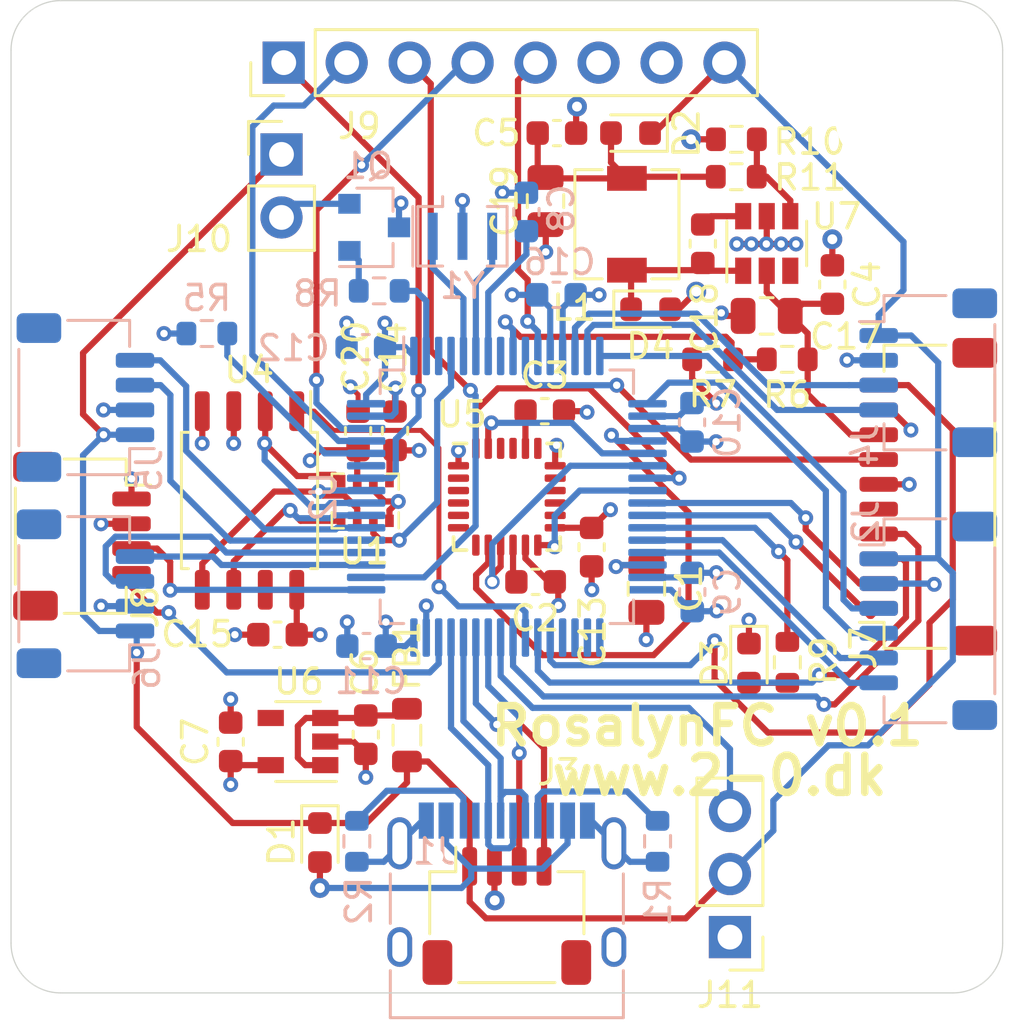
<source format=kicad_pcb>
(kicad_pcb (version 20171130) (host pcbnew 5.1.8-db9833491~87~ubuntu20.04.1)
  (title_block (title RosalynFC) (date 2020-11-22) (rev v0.1) (company www.2-0.dk))
  (layers (0 F.Cu signal) (1 In1.Cu signal) (2 In2.Cu signal) (31 B.Cu signal) (34 B.Paste user) (35 F.Paste user) (36 B.SilkS user) (37 F.SilkS user) (38 B.Mask user) (39 F.Mask user) (44 Edge.Cuts user))
  (net 0 "")
  (net 1 usb_dm)
  (net 2 usb_dp)
  (net 3 GND)
  (net 4 "Net-(C1-Pad2)")
  (net 5 "Net-(C2-Pad1)")
  (net 6 "Net-(C3-Pad1)")
  (net 7 vbat)
  (net 8 +5V)
  (net 9 nrst)
  (net 10 "Net-(D3-Pad2)")
  (net 11 "Net-(J1-PadA5)")
  (net 12 "Net-(J1-PadB5)")
  (net 13 usart3_tx)
  (net 14 usart3_rx)
  (net 15 i2c2_sda)
  (net 16 i2c2_scl)
  (net 17 usart1_tx)
  (net 18 usart1_rx)
  (net 19 usart2_rx)
  (net 20 usart2_tx)
  (net 21 uart4_tx)
  (net 22 uart4_rx)
  (net 23 uart5_rx)
  (net 24 uart5_tx)
  (net 25 m4)
  (net 26 m3)
  (net 27 m2)
  (net 28 m1)
  (net 29 current_adc)
  (net 30 uart6_rxtx)
  (net 31 swclk)
  (net 32 swdio)
  (net 33 m5)
  (net 34 m6)
  (net 35 ppm)
  (net 36 camera)
  (net 37 rssi_adc)
  (net 38 "Net-(J10-Pad2)")
  (net 39 led)
  (net 40 "Net-(Q1-Pad1)")
  (net 41 boot0)
  (net 42 vbat_adc)
  (net 43 beeper)
  (net 44 led0)
  (net 45 spi3_miso)
  (net 46 spi3_sck)
  (net 47 spi3_mosi)
  (net 48 baro_cs)
  (net 49 "Net-(U2-Pad5)")
  (net 50 "Net-(U2-Pad6)")
  (net 51 gyro1_cs)
  (net 52 spi1_sck)
  (net 53 spi1_miso)
  (net 54 spi1_mosi)
  (net 55 gyro1_exti)
  (net 56 flash_cs)
  (net 57 +3V3)
  (net 58 "Net-(C18-Pad1)")
  (net 59 "Net-(C18-Pad2)")
  (net 60 "Net-(C19-Pad1)")
  (net 61 "Net-(R10-Pad2)")
  (net 62 "Net-(C6-Pad2)")
  (net 63 "Net-(D1-Pad2)")
  (module Capacitor_SMD:C_0603_1608Metric (layer F.Cu) (at 144 97.35 90)
    (fp_text reference C20 (at 3 -0.09 90) (layer F.SilkS))
    (fp_text value 100n)
    (pad 2 smd roundrect (at 0.775 0 90) (size 0.9 0.95) (layers F.Cu F.Paste F.Mask) (net 3 GND))
    (pad 1 smd roundrect (at -0.775 0 90) (size 0.9 0.95) (layers F.Cu F.Paste F.Mask) (net 57 +3V3))
  )
  (module rosalyn-fc:L_4.1x4.1_H1.75 (layer F.Cu) (at 154.844 89.016 270)
    (fp_text reference L1 (at 3.364 2.134 180) (layer F.SilkS))
    (fp_text value 4,7u)
    (pad 2 smd rect (at 1.85 0 270) (size 1 1.6) (layers F.Cu F.Paste F.Mask) (net 59 "Net-(C18-Pad2)"))
    (pad 1 smd rect (at -1.85 0 270) (size 1 1.6) (layers F.Cu F.Paste F.Mask) (net 60 "Net-(C19-Pad1)"))
  )
  (module Resistor_SMD:R_0603_1608Metric (layer F.Cu) (at 159.26 85.59 180)
    (fp_text reference R11 (at -2.97 -1.54) (layer F.SilkS))
    (fp_text value 9,53k)
    (pad 1 smd roundrect (at -0.825 0 180) (size 0.8 0.95) (layers F.Cu F.Paste F.Mask) (net 61 "Net-(R10-Pad2)"))
    (pad 2 smd roundrect (at 0.825 0 180) (size 0.8 0.95) (layers F.Cu F.Paste F.Mask) (net 3 GND))
  )
  (module Capacitor_SMD:C_0603_1608Metric (layer B.Cu) (at 152 91.86 180)
    (fp_text reference C16 (at -0.13 1.32 180) (layer B.SilkS) (effects (justify mirror)))
    (fp_text value 100n)
    (pad 2 smd roundrect (at 0.775 0 180) (size 0.9 0.95) (layers B.Cu B.Paste B.Mask) (net 3 GND))
    (pad 1 smd roundrect (at -0.775 0 180) (size 0.9 0.95) (layers B.Cu B.Paste B.Mask) (net 57 +3V3))
  )
  (module Capacitor_SMD:C_0603_1608Metric (layer F.Cu) (at 140.75 105.56 180)
    (fp_text reference C15 (at 3.24 0.02) (layer F.SilkS))
    (fp_text value 100n)
    (pad 2 smd roundrect (at 0.775 0 180) (size 0.9 0.95) (layers F.Cu F.Paste F.Mask) (net 3 GND))
    (pad 1 smd roundrect (at -0.775 0 180) (size 0.9 0.95) (layers F.Cu F.Paste F.Mask) (net 57 +3V3))
  )
  (module Capacitor_SMD:C_0603_1608Metric (layer F.Cu) (at 145.49 97.34 90)
    (fp_text reference C14 (at 2.95 -0.07 90) (layer F.SilkS))
    (fp_text value 100n)
    (pad 2 smd roundrect (at 0.775 0 90) (size 0.9 0.95) (layers F.Cu F.Paste F.Mask) (net 3 GND))
    (pad 1 smd roundrect (at -0.775 0 90) (size 0.9 0.95) (layers F.Cu F.Paste F.Mask) (net 57 +3V3))
  )
  (module Capacitor_SMD:C_0603_1608Metric (layer F.Cu) (at 153.42 102.03 270)
    (fp_text reference C13 (at 3.42 -0.04 90) (layer F.SilkS))
    (fp_text value 100n)
    (pad 2 smd roundrect (at 0.775 0 270) (size 0.9 0.95) (layers F.Cu F.Paste F.Mask) (net 3 GND))
    (pad 1 smd roundrect (at -0.775 0 270) (size 0.9 0.95) (layers F.Cu F.Paste F.Mask) (net 57 +3V3))
  )
  (module Capacitor_SMD:C_0603_1608Metric (layer B.Cu) (at 144.31 93.97 180)
    (fp_text reference C12 (at 2.91 -0.04) (layer B.SilkS) (effects (justify mirror)))
    (fp_text value 100n)
    (pad 2 smd roundrect (at 0.775 0 180) (size 0.9 0.95) (layers B.Cu B.Paste B.Mask) (net 3 GND))
    (pad 1 smd roundrect (at -0.775 0 180) (size 0.9 0.95) (layers B.Cu B.Paste B.Mask) (net 57 +3V3))
  )
  (module Capacitor_SMD:C_0603_1608Metric (layer B.Cu) (at 144.34 106.02 180)
    (fp_text reference C11 (at -0.18 -1.41) (layer B.SilkS) (effects (justify mirror)))
    (fp_text value 100n)
    (pad 2 smd roundrect (at 0.775 0 180) (size 0.9 0.95) (layers B.Cu B.Paste B.Mask) (net 3 GND))
    (pad 1 smd roundrect (at -0.775 0 180) (size 0.9 0.95) (layers B.Cu B.Paste B.Mask) (net 57 +3V3))
  )
  (module Capacitor_SMD:C_0603_1608Metric (layer B.Cu) (at 157.47 97 90)
    (fp_text reference C10 (at 0 1.43 270) (layer B.SilkS) (effects (justify mirror)))
    (fp_text value 100n)
    (pad 2 smd roundrect (at 0.775 0 90) (size 0.9 0.95) (layers B.Cu B.Paste B.Mask) (net 3 GND))
    (pad 1 smd roundrect (at -0.775 0 90) (size 0.9 0.95) (layers B.Cu B.Paste B.Mask) (net 57 +3V3))
  )
  (module Capacitor_SMD:C_0603_1608Metric (layer B.Cu) (at 157.48 103.84 90)
    (fp_text reference C9 (at 0 1.43 270) (layer B.SilkS) (effects (justify mirror)))
    (fp_text value 100n)
    (pad 2 smd roundrect (at 0.775 0 90) (size 0.9 0.95) (layers B.Cu B.Paste B.Mask) (net 3 GND))
    (pad 1 smd roundrect (at -0.775 0 90) (size 0.9 0.95) (layers B.Cu B.Paste B.Mask) (net 57 +3V3))
  )
  (module Package_LGA:Bosch_LGA-8_2x2.5mm_P0.65mm_ClockwisePinNumbering (layer F.Cu) (at 144.29 100.17 180)
    (fp_text reference U1 (at 0.04 -2.03) (layer F.SilkS))
    (fp_text value BMP280)
    (pad 1 smd rect (at -0.975 -0.8 270) (size 0.5 0.35) (layers F.Cu F.Paste F.Mask) (net 3 GND))
    (pad 5 smd rect (at 0.975 0.8 270) (size 0.5 0.35) (layers F.Cu F.Paste F.Mask) (net 45 spi3_miso))
    (pad 6 smd rect (at 0.325 0.8 270) (size 0.5 0.35) (layers F.Cu F.Paste F.Mask) (net 57 +3V3))
    (pad 7 smd rect (at -0.325 0.8 270) (size 0.5 0.35) (layers F.Cu F.Paste F.Mask) (net 3 GND))
    (pad 4 smd rect (at 0.975 -0.8 270) (size 0.5 0.35) (layers F.Cu F.Paste F.Mask) (net 46 spi3_sck))
    (pad 3 smd rect (at 0.325 -0.8 270) (size 0.5 0.35) (layers F.Cu F.Paste F.Mask) (net 47 spi3_mosi))
    (pad 2 smd rect (at -0.325 -0.8 270) (size 0.5 0.35) (layers F.Cu F.Paste F.Mask) (net 48 baro_cs))
    (pad 8 smd rect (at -0.975 0.8 270) (size 0.5 0.35) (layers F.Cu F.Paste F.Mask) (net 57 +3V3))
  )
  (module Package_QFP:LQFP-64_10x10mm_P0.5mm (layer B.Cu) (at 150 100 270)
    (fp_text reference U2 (at 0 7.4 270) (layer B.SilkS) (effects (justify mirror)))
    (fp_text value STM32F722RETx)
    (pad 1 smd roundrect (at -5.675 3.75 270) (size 1.55 0.3) (layers B.Cu B.Paste B.Mask) (net 57 +3V3))
    (pad 2 smd roundrect (at -5.675 3.25 270) (size 1.55 0.3) (layers B.Cu B.Paste B.Mask) (net 43 beeper))
    (pad 3 smd roundrect (at -5.675 2.75 270) (size 1.55 0.3) (layers B.Cu B.Paste B.Mask))
    (pad 4 smd roundrect (at -5.675 2.25 270) (size 1.55 0.3) (layers B.Cu B.Paste B.Mask) (net 48 baro_cs))
    (pad 5 smd roundrect (at -5.675 1.75 270) (size 1.55 0.3) (layers B.Cu B.Paste B.Mask) (net 49 "Net-(U2-Pad5)"))
    (pad 6 smd roundrect (at -5.675 1.25 270) (size 1.55 0.3) (layers B.Cu B.Paste B.Mask) (net 50 "Net-(U2-Pad6)"))
    (pad 7 smd roundrect (at -5.675 0.75 270) (size 1.55 0.3) (layers B.Cu B.Paste B.Mask) (net 9 nrst))
    (pad 8 smd roundrect (at -5.675 0.25 270) (size 1.55 0.3) (layers B.Cu B.Paste B.Mask))
    (pad 9 smd roundrect (at -5.675 -0.25 270) (size 1.55 0.3) (layers B.Cu B.Paste B.Mask) (net 42 vbat_adc))
    (pad 10 smd roundrect (at -5.675 -0.75 270) (size 1.55 0.3) (layers B.Cu B.Paste B.Mask) (net 29 current_adc))
    (pad 11 smd roundrect (at -5.675 -1.25 270) (size 1.55 0.3) (layers B.Cu B.Paste B.Mask) (net 37 rssi_adc))
    (pad 12 smd roundrect (at -5.675 -1.75 270) (size 1.55 0.3) (layers B.Cu B.Paste B.Mask) (net 3 GND))
    (pad 13 smd roundrect (at -5.675 -2.25 270) (size 1.55 0.3) (layers B.Cu B.Paste B.Mask) (net 57 +3V3))
    (pad 14 smd roundrect (at -5.675 -2.75 270) (size 1.55 0.3) (layers B.Cu B.Paste B.Mask) (net 21 uart4_tx))
    (pad 15 smd roundrect (at -5.675 -3.25 270) (size 1.55 0.3) (layers B.Cu B.Paste B.Mask) (net 22 uart4_rx))
    (pad 16 smd roundrect (at -5.675 -3.75 270) (size 1.55 0.3) (layers B.Cu B.Paste B.Mask) (net 20 usart2_tx))
    (pad 17 smd roundrect (at -3.75 -5.675 270) (size 0.3 1.55) (layers B.Cu B.Paste B.Mask) (net 19 usart2_rx))
    (pad 18 smd roundrect (at -3.25 -5.675 270) (size 0.3 1.55) (layers B.Cu B.Paste B.Mask) (net 3 GND))
    (pad 19 smd roundrect (at -2.75 -5.675 270) (size 0.3 1.55) (layers B.Cu B.Paste B.Mask) (net 57 +3V3))
    (pad 20 smd roundrect (at -2.25 -5.675 270) (size 0.3 1.55) (layers B.Cu B.Paste B.Mask) (net 51 gyro1_cs))
    (pad 21 smd roundrect (at -1.75 -5.675 270) (size 0.3 1.55) (layers B.Cu B.Paste B.Mask) (net 52 spi1_sck))
    (pad 22 smd roundrect (at -1.25 -5.675 270) (size 0.3 1.55) (layers B.Cu B.Paste B.Mask) (net 53 spi1_miso))
    (pad 23 smd roundrect (at -0.75 -5.675 270) (size 0.3 1.55) (layers B.Cu B.Paste B.Mask) (net 54 spi1_mosi))
    (pad 24 smd roundrect (at -0.25 -5.675 270) (size 0.3 1.55) (layers B.Cu B.Paste B.Mask) (net 55 gyro1_exti))
    (pad 25 smd roundrect (at 0.25 -5.675 270) (size 0.3 1.55) (layers B.Cu B.Paste B.Mask) (net 26 m3))
    (pad 26 smd roundrect (at 0.75 -5.675 270) (size 0.3 1.55) (layers B.Cu B.Paste B.Mask) (net 25 m4))
    (pad 27 smd roundrect (at 1.25 -5.675 270) (size 0.3 1.55) (layers B.Cu B.Paste B.Mask) (net 44 led0))
    (pad 28 smd roundrect (at 1.75 -5.675 270) (size 0.3 1.55) (layers B.Cu B.Paste B.Mask) (net 16 i2c2_scl))
    (pad 29 smd roundrect (at 2.25 -5.675 270) (size 0.3 1.55) (layers B.Cu B.Paste B.Mask) (net 15 i2c2_sda))
    (pad 30 smd roundrect (at 2.75 -5.675 270) (size 0.3 1.55) (layers B.Cu B.Paste B.Mask) (net 4 "Net-(C1-Pad2)"))
    (pad 31 smd roundrect (at 3.25 -5.675 270) (size 0.3 1.55) (layers B.Cu B.Paste B.Mask) (net 3 GND))
    (pad 32 smd roundrect (at 3.75 -5.675 270) (size 0.3 1.55) (layers B.Cu B.Paste B.Mask) (net 57 +3V3))
    (pad 33 smd roundrect (at 5.675 -3.75 270) (size 1.55 0.3) (layers B.Cu B.Paste B.Mask))
    (pad 34 smd roundrect (at 5.675 -3.25 270) (size 1.55 0.3) (layers B.Cu B.Paste B.Mask))
    (pad 35 smd roundrect (at 5.675 -2.75 270) (size 1.55 0.3) (layers B.Cu B.Paste B.Mask))
    (pad 36 smd roundrect (at 5.675 -2.25 270) (size 1.55 0.3) (layers B.Cu B.Paste B.Mask))
    (pad 37 smd roundrect (at 5.675 -1.75 270) (size 1.55 0.3) (layers B.Cu B.Paste B.Mask) (net 30 uart6_rxtx))
    (pad 38 smd roundrect (at 5.675 -1.25 270) (size 1.55 0.3) (layers B.Cu B.Paste B.Mask) (net 27 m2))
    (pad 39 smd roundrect (at 5.675 -0.75 270) (size 1.55 0.3) (layers B.Cu B.Paste B.Mask) (net 56 flash_cs))
    (pad 40 smd roundrect (at 5.675 -0.25 270) (size 1.55 0.3) (layers B.Cu B.Paste B.Mask) (net 28 m1))
    (pad 41 smd roundrect (at 5.675 0.25 270) (size 1.55 0.3) (layers B.Cu B.Paste B.Mask) (net 39 led))
    (pad 42 smd roundrect (at 5.675 0.75 270) (size 1.55 0.3) (layers B.Cu B.Paste B.Mask) (net 17 usart1_tx))
    (pad 43 smd roundrect (at 5.675 1.25 270) (size 1.55 0.3) (layers B.Cu B.Paste B.Mask) (net 18 usart1_rx))
    (pad 44 smd roundrect (at 5.675 1.75 270) (size 1.55 0.3) (layers B.Cu B.Paste B.Mask) (net 1 usb_dm))
    (pad 45 smd roundrect (at 5.675 2.25 270) (size 1.55 0.3) (layers B.Cu B.Paste B.Mask) (net 2 usb_dp))
    (pad 46 smd roundrect (at 5.675 2.75 270) (size 1.55 0.3) (layers B.Cu B.Paste B.Mask) (net 32 swdio))
    (pad 47 smd roundrect (at 5.675 3.25 270) (size 1.55 0.3) (layers B.Cu B.Paste B.Mask) (net 3 GND))
    (pad 48 smd roundrect (at 5.675 3.75 270) (size 1.55 0.3) (layers B.Cu B.Paste B.Mask) (net 57 +3V3))
    (pad 49 smd roundrect (at 3.75 5.675 270) (size 0.3 1.55) (layers B.Cu B.Paste B.Mask) (net 31 swclk))
    (pad 50 smd roundrect (at 3.25 5.675 270) (size 0.3 1.55) (layers B.Cu B.Paste B.Mask) (net 35 ppm))
    (pad 51 smd roundrect (at 2.75 5.675 270) (size 0.3 1.55) (layers B.Cu B.Paste B.Mask) (net 14 usart3_rx))
    (pad 52 smd roundrect (at 2.25 5.675 270) (size 0.3 1.55) (layers B.Cu B.Paste B.Mask) (net 13 usart3_tx))
    (pad 53 smd roundrect (at 1.75 5.675 270) (size 0.3 1.55) (layers B.Cu B.Paste B.Mask) (net 24 uart5_tx))
    (pad 54 smd roundrect (at 1.25 5.675 270) (size 0.3 1.55) (layers B.Cu B.Paste B.Mask) (net 23 uart5_rx))
    (pad 55 smd roundrect (at 0.75 5.675 270) (size 0.3 1.55) (layers B.Cu B.Paste B.Mask) (net 46 spi3_sck))
    (pad 56 smd roundrect (at 0.25 5.675 270) (size 0.3 1.55) (layers B.Cu B.Paste B.Mask) (net 45 spi3_miso))
    (pad 57 smd roundrect (at -0.25 5.675 270) (size 0.3 1.55) (layers B.Cu B.Paste B.Mask) (net 47 spi3_mosi))
    (pad 58 smd roundrect (at -0.75 5.675 270) (size 0.3 1.55) (layers B.Cu B.Paste B.Mask) (net 33 m5))
    (pad 59 smd roundrect (at -1.25 5.675 270) (size 0.3 1.55) (layers B.Cu B.Paste B.Mask))
    (pad 60 smd roundrect (at -1.75 5.675 270) (size 0.3 1.55) (layers B.Cu B.Paste B.Mask) (net 41 boot0))
    (pad 61 smd roundrect (at -2.25 5.675 270) (size 0.3 1.55) (layers B.Cu B.Paste B.Mask) (net 34 m6))
    (pad 62 smd roundrect (at -2.75 5.675 270) (size 0.3 1.55) (layers B.Cu B.Paste B.Mask) (net 36 camera))
    (pad 63 smd roundrect (at -3.25 5.675 270) (size 0.3 1.55) (layers B.Cu B.Paste B.Mask) (net 3 GND))
    (pad 64 smd roundrect (at -3.75 5.675 270) (size 0.3 1.55) (layers B.Cu B.Paste B.Mask) (net 57 +3V3))
  )
  (module Sensor_Motion:InvenSense_QFN-24_4x4mm_P0.5mm (layer F.Cu) (at 150 100)
    (fp_text reference U5 (at -1.81 -3.32) (layer F.SilkS))
    (fp_text value MPU-6000)
    (pad 1 smd roundrect (at -1.95 -1.25) (size 0.85 0.3) (layers F.Cu F.Paste F.Mask) (net 3 GND))
    (pad 2 smd roundrect (at -1.95 -0.75) (size 0.85 0.3) (layers F.Cu F.Paste F.Mask))
    (pad 3 smd roundrect (at -1.95 -0.25) (size 0.85 0.3) (layers F.Cu F.Paste F.Mask))
    (pad 4 smd roundrect (at -1.95 0.25) (size 0.85 0.3) (layers F.Cu F.Paste F.Mask))
    (pad 5 smd roundrect (at -1.95 0.75) (size 0.85 0.3) (layers F.Cu F.Paste F.Mask))
    (pad 6 smd roundrect (at -1.95 1.25) (size 0.85 0.3) (layers F.Cu F.Paste F.Mask))
    (pad 7 smd roundrect (at -1.25 1.95 90) (size 0.85 0.3) (layers F.Cu F.Paste F.Mask))
    (pad 8 smd roundrect (at -0.75 1.95 90) (size 0.85 0.3) (layers F.Cu F.Paste F.Mask) (net 51 gyro1_cs))
    (pad 9 smd roundrect (at -0.25 1.95 90) (size 0.85 0.3) (layers F.Cu F.Paste F.Mask) (net 53 spi1_miso))
    (pad 10 smd roundrect (at 0.25 1.95 90) (size 0.85 0.3) (layers F.Cu F.Paste F.Mask) (net 5 "Net-(C2-Pad1)"))
    (pad 11 smd roundrect (at 0.75 1.95 90) (size 0.85 0.3) (layers F.Cu F.Paste F.Mask) (net 3 GND))
    (pad 12 smd roundrect (at 1.25 1.95 90) (size 0.85 0.3) (layers F.Cu F.Paste F.Mask) (net 55 gyro1_exti))
    (pad 13 smd roundrect (at 1.95 1.25) (size 0.85 0.3) (layers F.Cu F.Paste F.Mask) (net 57 +3V3))
    (pad 14 smd roundrect (at 1.95 0.75) (size 0.85 0.3) (layers F.Cu F.Paste F.Mask))
    (pad 15 smd roundrect (at 1.95 0.25) (size 0.85 0.3) (layers F.Cu F.Paste F.Mask))
    (pad 16 smd roundrect (at 1.95 -0.25) (size 0.85 0.3) (layers F.Cu F.Paste F.Mask))
    (pad 17 smd roundrect (at 1.95 -0.75) (size 0.85 0.3) (layers F.Cu F.Paste F.Mask))
    (pad 18 smd roundrect (at 1.95 -1.25) (size 0.85 0.3) (layers F.Cu F.Paste F.Mask) (net 3 GND))
    (pad 19 smd roundrect (at 1.25 -1.95 90) (size 0.85 0.3) (layers F.Cu F.Paste F.Mask))
    (pad 20 smd roundrect (at 0.75 -1.95 90) (size 0.85 0.3) (layers F.Cu F.Paste F.Mask) (net 6 "Net-(C3-Pad1)"))
    (pad 21 smd roundrect (at 0.25 -1.95 90) (size 0.85 0.3) (layers F.Cu F.Paste F.Mask))
    (pad 22 smd roundrect (at -0.25 -1.95 90) (size 0.85 0.3) (layers F.Cu F.Paste F.Mask))
    (pad 23 smd roundrect (at -0.75 -1.95 90) (size 0.85 0.3) (layers F.Cu F.Paste F.Mask) (net 52 spi1_sck))
    (pad 24 smd roundrect (at -1.25 -1.95 90) (size 0.85 0.3) (layers F.Cu F.Paste F.Mask) (net 54 spi1_mosi))
  )
  (module Capacitor_SMD:C_0805_2012Metric (layer F.Cu) (at 155.63 103.71 90)
    (fp_text reference C1 (at 0.01 1.72 90) (layer F.SilkS))
    (fp_text value 4u7)
    (pad 1 smd roundrect (at -0.95 0 90) (size 1 1.45) (layers F.Cu F.Paste F.Mask) (net 3 GND))
    (pad 2 smd roundrect (at 0.95 0 90) (size 1 1.45) (layers F.Cu F.Paste F.Mask) (net 4 "Net-(C1-Pad2)"))
  )
  (module Capacitor_SMD:C_0603_1608Metric (layer F.Cu) (at 151.16 103.43)
    (fp_text reference C2 (at -0.02 1.47) (layer F.SilkS))
    (fp_text value 100n)
    (pad 2 smd roundrect (at 0.775 0) (size 0.9 0.95) (layers F.Cu F.Paste F.Mask) (net 3 GND))
    (pad 1 smd roundrect (at -0.775 0) (size 0.9 0.95) (layers F.Cu F.Paste F.Mask) (net 5 "Net-(C2-Pad1)"))
  )
  (module Capacitor_SMD:C_0603_1608Metric (layer F.Cu) (at 151.53 96.55)
    (fp_text reference C3 (at 0 -1.43) (layer F.SilkS))
    (fp_text value 2.2n)
    (pad 1 smd roundrect (at -0.775 0) (size 0.9 0.95) (layers F.Cu F.Paste F.Mask) (net 6 "Net-(C3-Pad1)"))
    (pad 2 smd roundrect (at 0.775 0) (size 0.9 0.95) (layers F.Cu F.Paste F.Mask) (net 3 GND))
  )
  (module Capacitor_SMD:C_0603_1608Metric (layer F.Cu) (at 144.31 109.59 90)
    (fp_text reference C6 (at 2.52 -0.04 90) (layer F.SilkS))
    (fp_text value 1u)
    (pad 2 smd roundrect (at 0.775 0 90) (size 0.9 0.95) (layers F.Cu F.Paste F.Mask) (net 62 "Net-(C6-Pad2)"))
    (pad 1 smd roundrect (at -0.775 0 90) (size 0.9 0.95) (layers F.Cu F.Paste F.Mask) (net 3 GND))
  )
  (module Capacitor_SMD:C_0603_1608Metric (layer F.Cu) (at 138.86 109.88 90)
    (fp_text reference C7 (at 0 -1.43 90) (layer F.SilkS))
    (fp_text value 1u)
    (pad 1 smd roundrect (at -0.775 0 90) (size 0.9 0.95) (layers F.Cu F.Paste F.Mask) (net 57 +3V3))
    (pad 2 smd roundrect (at 0.775 0 90) (size 0.9 0.95) (layers F.Cu F.Paste F.Mask) (net 3 GND))
  )
  (module Capacitor_SMD:C_0603_1608Metric (layer B.Cu) (at 150.79 88.52 90)
    (fp_text reference C8 (at 0.14 1.41 270) (layer B.SilkS) (effects (justify mirror)))
    (fp_text value 100n)
    (pad 1 smd roundrect (at -0.775 0 90) (size 0.9 0.95) (layers B.Cu B.Paste B.Mask) (net 9 nrst))
    (pad 2 smd roundrect (at 0.775 0 90) (size 0.9 0.95) (layers B.Cu B.Paste B.Mask) (net 3 GND))
  )
  (module LED_SMD:LED_0603_1608Metric (layer F.Cu) (at 159.766 106.706 270)
    (fp_text reference D3 (at 0 1.386 90) (layer F.SilkS))
    (fp_text value LED)
    (pad 1 smd roundrect (at -0.7875 0 270) (size 0.875 0.95) (layers F.Cu F.Paste F.Mask) (net 57 +3V3))
    (pad 2 smd roundrect (at 0.7875 0 270) (size 0.875 0.95) (layers F.Cu F.Paste F.Mask) (net 10 "Net-(D3-Pad2)"))
  )
  (module Connector_PinHeader_2.54mm:PinHeader_1x02_P2.54mm_Vertical (layer F.Cu) (at 140.91 86.2)
    (fp_text reference J10 (at -3.32 3.41) (layer F.SilkS))
    (fp_text value Buzzer)
    (pad 1 thru_hole rect (at 0 0) (size 1.7 1.7) (drill 1) (layers *.Cu *.Mask) (net 8 +5V))
    (pad 2 thru_hole oval (at 0 2.54) (size 1.7 1.7) (drill 1) (layers *.Cu *.Mask) (net 38 "Net-(J10-Pad2)"))
  )
  (module Connector_PinHeader_2.54mm:PinHeader_1x03_P2.54mm_Vertical (layer F.Cu) (at 159 117.75 180)
    (fp_text reference J11 (at 0 -2.33) (layer F.SilkS))
    (fp_text value PWM_LED)
    (pad 1 thru_hole rect (at 0 0 180) (size 1.7 1.7) (drill 1) (layers *.Cu *.Mask) (net 3 GND))
    (pad 2 thru_hole oval (at 0 2.54 180) (size 1.7 1.7) (drill 1) (layers *.Cu *.Mask) (net 8 +5V))
    (pad 3 thru_hole oval (at 0 5.08 180) (size 1.7 1.7) (drill 1) (layers *.Cu *.Mask) (net 39 led))
  )
  (module Package_TO_SOT_SMD:SOT-23 (layer B.Cu) (at 144.65 89.14)
    (fp_text reference Q1 (at -0.24 -2.47) (layer B.SilkS) (effects (justify mirror)))
    (fp_text value Q_NPN_BCE)
    (pad 1 smd rect (at -1 0.95) (size 0.9 0.8) (layers B.Cu B.Paste B.Mask) (net 40 "Net-(Q1-Pad1)"))
    (pad 2 smd rect (at -1 -0.95) (size 0.9 0.8) (layers B.Cu B.Paste B.Mask) (net 38 "Net-(J10-Pad2)"))
    (pad 3 smd rect (at 1 0) (size 0.9 0.8) (layers B.Cu B.Paste B.Mask) (net 3 GND))
  )
  (module Resistor_SMD:R_0603_1608Metric (layer B.Cu) (at 156.08 113.89 90)
    (fp_text reference R1 (at -2.45 0.02 270) (layer B.SilkS) (effects (justify mirror)))
    (fp_text value 5k1)
    (pad 2 smd roundrect (at 0.825 0 90) (size 0.8 0.95) (layers B.Cu B.Paste B.Mask) (net 11 "Net-(J1-PadA5)"))
    (pad 1 smd roundrect (at -0.825 0 90) (size 0.8 0.95) (layers B.Cu B.Paste B.Mask) (net 3 GND))
  )
  (module Resistor_SMD:R_0603_1608Metric (layer B.Cu) (at 143.95 113.89 90)
    (fp_text reference R2 (at -2.41 0.08 270) (layer B.SilkS) (effects (justify mirror)))
    (fp_text value 5k1)
    (pad 1 smd roundrect (at -0.825 0 90) (size 0.8 0.95) (layers B.Cu B.Paste B.Mask) (net 3 GND))
    (pad 2 smd roundrect (at 0.825 0 90) (size 0.8 0.95) (layers B.Cu B.Paste B.Mask) (net 12 "Net-(J1-PadB5)"))
  )
  (module Resistor_SMD:R_0603_1608Metric (layer B.Cu) (at 137.9 93.42 180)
    (fp_text reference R5 (at 0 1.43) (layer B.SilkS) (effects (justify mirror)))
    (fp_text value 100k)
    (pad 1 smd roundrect (at -0.825 0 180) (size 0.8 0.95) (layers B.Cu B.Paste B.Mask) (net 41 boot0))
    (pad 2 smd roundrect (at 0.825 0 180) (size 0.8 0.95) (layers B.Cu B.Paste B.Mask) (net 3 GND))
  )
  (module Resistor_SMD:R_0603_1608Metric (layer F.Cu) (at 161.31 94.46 180)
    (fp_text reference R6 (at 0 -1.43) (layer F.SilkS))
    (fp_text value 10k)
    (pad 2 smd roundrect (at 0.825 0 180) (size 0.8 0.95) (layers F.Cu F.Paste F.Mask) (net 42 vbat_adc))
    (pad 1 smd roundrect (at -0.825 0 180) (size 0.8 0.95) (layers F.Cu F.Paste F.Mask) (net 7 vbat))
  )
  (module Resistor_SMD:R_0603_1608Metric (layer F.Cu) (at 158.3 94.46 180)
    (fp_text reference R7 (at -0.01 -1.41) (layer F.SilkS))
    (fp_text value 1k)
    (pad 1 smd roundrect (at -0.825 0 180) (size 0.8 0.95) (layers F.Cu F.Paste F.Mask) (net 42 vbat_adc))
    (pad 2 smd roundrect (at 0.825 0 180) (size 0.8 0.95) (layers F.Cu F.Paste F.Mask) (net 3 GND))
  )
  (module Resistor_SMD:R_0603_1608Metric (layer B.Cu) (at 144.85 91.7)
    (fp_text reference R8 (at -2.49 0.11) (layer B.SilkS) (effects (justify mirror)))
    (fp_text value R)
    (pad 2 smd roundrect (at 0.825 0) (size 0.8 0.95) (layers B.Cu B.Paste B.Mask) (net 43 beeper))
    (pad 1 smd roundrect (at -0.825 0) (size 0.8 0.95) (layers B.Cu B.Paste B.Mask) (net 40 "Net-(Q1-Pad1)"))
  )
  (module Resistor_SMD:R_0603_1608Metric (layer F.Cu) (at 161.316 106.676 270)
    (fp_text reference R9 (at -0.066 -1.464 90) (layer F.SilkS))
    (fp_text value R)
    (pad 1 smd roundrect (at -0.825 0 270) (size 0.8 0.95) (layers F.Cu F.Paste F.Mask) (net 44 led0))
    (pad 2 smd roundrect (at 0.825 0 270) (size 0.8 0.95) (layers F.Cu F.Paste F.Mask) (net 10 "Net-(D3-Pad2)"))
  )
  (module Package_TO_SOT_SMD:SOT-23-5 (layer F.Cu) (at 141.576 109.868 180)
    (fp_text reference U6 (at -0.034 2.418) (layer F.SilkS))
    (fp_text value LP2985-3.3)
    (pad 1 smd rect (at -1.1 -0.95 180) (size 1.06 0.65) (layers F.Cu F.Paste F.Mask) (net 62 "Net-(C6-Pad2)"))
    (pad 2 smd rect (at -1.1 0 180) (size 1.06 0.65) (layers F.Cu F.Paste F.Mask) (net 3 GND))
    (pad 3 smd rect (at -1.1 0.95 180) (size 1.06 0.65) (layers F.Cu F.Paste F.Mask) (net 62 "Net-(C6-Pad2)"))
    (pad 4 smd rect (at 1.1 0.95 180) (size 1.06 0.65) (layers F.Cu F.Paste F.Mask))
    (pad 5 smd rect (at 1.1 -0.95 180) (size 1.06 0.65) (layers F.Cu F.Paste F.Mask) (net 57 +3V3))
  )
  (module Crystal:Resonator_SMD_muRata_CSTxExxV-3Pin_3.0x1.1mm (layer B.Cu) (at 148.21 89.5)
    (fp_text reference Y1 (at 0 2) (layer B.SilkS) (effects (justify mirror)))
    (fp_text value 8MHz)
    (pad 1 smd rect (at -1.2 0) (size 0.4 1.9) (layers B.Cu B.Paste B.Mask) (net 49 "Net-(U2-Pad5)"))
    (pad 2 smd rect (at 0 0) (size 0.4 1.9) (layers B.Cu B.Paste B.Mask) (net 3 GND))
    (pad 3 smd rect (at 1.2 0) (size 0.4 1.9) (layers B.Cu B.Paste B.Mask) (net 50 "Net-(U2-Pad6)"))
  )
  (module Capacitor_SMD:C_0805_2012Metric (layer F.Cu) (at 160.48 92.71)
    (fp_text reference C17 (at 3.2 0.83) (layer F.SilkS))
    (fp_text value 10u)
    (pad 2 smd roundrect (at 0.95 0) (size 1 1.45) (layers F.Cu F.Paste F.Mask) (net 7 vbat))
    (pad 1 smd roundrect (at -0.95 0) (size 1 1.45) (layers F.Cu F.Paste F.Mask) (net 3 GND))
  )
  (module Capacitor_SMD:C_0603_1608Metric (layer F.Cu) (at 157.904 89.8 270)
    (fp_text reference C18 (at 2.99 -0.076 90) (layer F.SilkS))
    (fp_text value 22n)
    (pad 1 smd roundrect (at -0.775 0 270) (size 0.9 0.95) (layers F.Cu F.Paste F.Mask) (net 58 "Net-(C18-Pad1)"))
    (pad 2 smd roundrect (at 0.775 0 270) (size 0.9 0.95) (layers F.Cu F.Paste F.Mask) (net 59 "Net-(C18-Pad2)"))
  )
  (module Capacitor_SMD:C_0805_2012Metric (layer F.Cu) (at 151.56 88.08 270)
    (fp_text reference C19 (at 0 1.65 90) (layer F.SilkS))
    (fp_text value 22u)
    (pad 1 smd roundrect (at -0.95 0 270) (size 1 1.45) (layers F.Cu F.Paste F.Mask) (net 60 "Net-(C19-Pad1)"))
    (pad 2 smd roundrect (at 0.95 0 270) (size 1 1.45) (layers F.Cu F.Paste F.Mask) (net 3 GND))
  )
  (module Diode_SMD:D_0603_1608Metric (layer F.Cu) (at 155.8 92.44)
    (fp_text reference D4 (at -0.01 1.49) (layer F.SilkS))
    (fp_text value 1n5819)
    (pad 1 smd roundrect (at -0.7875 0) (size 0.875 0.95) (layers F.Cu F.Paste F.Mask) (net 59 "Net-(C18-Pad2)"))
    (pad 2 smd roundrect (at 0.7875 0) (size 0.875 0.95) (layers F.Cu F.Paste F.Mask) (net 3 GND))
  )
  (module Diode_SMD:D_0603_1608Metric (layer F.Cu) (at 154.99 85.34 180)
    (fp_text reference D2 (at -2.26 -0.02 90) (layer F.SilkS))
    (fp_text value D_Schottky)
    (pad 2 smd roundrect (at 0.7875 0 180) (size 0.875 0.95) (layers F.Cu F.Paste F.Mask) (net 60 "Net-(C19-Pad1)"))
    (pad 1 smd roundrect (at -0.7875 0 180) (size 0.875 0.95) (layers F.Cu F.Paste F.Mask) (net 8 +5V))
  )
  (module Resistor_SMD:R_0603_1608Metric (layer F.Cu) (at 159.254 87.1)
    (fp_text reference R10 (at 2.956 -1.41) (layer F.SilkS))
    (fp_text value 49,9k)
    (pad 2 smd roundrect (at 0.825 0) (size 0.8 0.95) (layers F.Cu F.Paste F.Mask) (net 61 "Net-(R10-Pad2)"))
    (pad 1 smd roundrect (at -0.825 0) (size 0.8 0.95) (layers F.Cu F.Paste F.Mask) (net 60 "Net-(C19-Pad1)"))
  )
  (module Package_TO_SOT_SMD:SOT-23-6 (layer F.Cu) (at 160.484 89.79 90)
    (fp_text reference U7 (at 1.09 2.816 180) (layer F.SilkS))
    (fp_text value ACT4088)
    (pad 1 smd rect (at -1.1 -0.95 90) (size 1.06 0.65) (layers F.Cu F.Paste F.Mask) (net 59 "Net-(C18-Pad2)"))
    (pad 2 smd rect (at -1.1 0 90) (size 1.06 0.65) (layers F.Cu F.Paste F.Mask) (net 7 vbat))
    (pad 3 smd rect (at -1.1 0.95 90) (size 1.06 0.65) (layers F.Cu F.Paste F.Mask))
    (pad 4 smd rect (at 1.1 0.95 90) (size 1.06 0.65) (layers F.Cu F.Paste F.Mask) (net 61 "Net-(R10-Pad2)"))
    (pad 6 smd rect (at 1.1 -0.95 90) (size 1.06 0.65) (layers F.Cu F.Paste F.Mask) (net 58 "Net-(C18-Pad1)"))
    (pad 5 smd rect (at 1.1 0 90) (size 1.06 0.65) (layers F.Cu F.Paste F.Mask) (net 3 GND))
  )
  (module Diode_SMD:D_0603_1608Metric (layer F.Cu) (at 142.46 113.94 270)
    (fp_text reference D1 (at -0.03 1.55 90) (layer F.SilkS))
    (fp_text value D_Schottky)
    (pad 1 smd roundrect (at -0.7875 0 270) (size 0.875 0.95) (layers F.Cu F.Paste F.Mask) (net 8 +5V))
    (pad 2 smd roundrect (at 0.7875 0 270) (size 0.875 0.95) (layers F.Cu F.Paste F.Mask) (net 63 "Net-(D1-Pad2)"))
  )
  (module Inductor_SMD:L_0805_2012Metric (layer F.Cu) (at 145.97 109.61 270)
    (fp_text reference FB1 (at -3.2 -0.01 90) (layer F.SilkS))
    (fp_text value Ferrite_Bead)
    (pad 1 smd roundrect (at -1.0625 0 270) (size 0.875 1.2) (layers F.Cu F.Paste F.Mask) (net 62 "Net-(C6-Pad2)"))
    (pad 2 smd roundrect (at 1.0625 0 270) (size 0.875 1.2) (layers F.Cu F.Paste F.Mask) (net 8 +5V))
  )
  (module Capacitor_SMD:C_0603_1608Metric (layer F.Cu) (at 163.13 91.445 90)
    (fp_text reference C4 (at -0.005 1.4 90) (layer F.SilkS))
    (fp_text value 100n)
    (pad 1 smd roundrect (at -0.775 0 90) (size 0.9 0.95) (layers F.Cu F.Paste F.Mask) (net 7 vbat))
    (pad 2 smd roundrect (at 0.775 0 90) (size 0.9 0.95) (layers F.Cu F.Paste F.Mask) (net 3 GND))
  )
  (module Capacitor_SMD:C_0603_1608Metric (layer F.Cu) (at 152.02 85.34)
    (fp_text reference C5 (at -2.44 0) (layer F.SilkS))
    (fp_text value 100n)
    (pad 2 smd roundrect (at 0.775 0) (size 0.9 0.95) (layers F.Cu F.Paste F.Mask) (net 3 GND))
    (pad 1 smd roundrect (at -0.775 0) (size 0.9 0.95) (layers F.Cu F.Paste F.Mask) (net 60 "Net-(C19-Pad1)"))
  )
  (module rosalyn-fc:JST_SH_SM06B-SRSS-TB_1x06-1MP_P1.00mm_Horizontal (layer B.Cu) (at 167 105 270)
    (fp_text reference J2 (at -3.99 2.52 270) (layer B.SilkS) (effects (justify mirror)))
    (fp_text value GPS/MAG)
    (pad 1 smd roundrect (at -2.5 2 270) (size 0.6 1.55) (layers B.Cu B.Paste B.Mask) (net 8 +5V))
    (pad 2 smd roundrect (at -1.5 2 270) (size 0.6 1.55) (layers B.Cu B.Paste B.Mask) (net 3 GND))
    (pad 3 smd roundrect (at -0.5 2 270) (size 0.6 1.55) (layers B.Cu B.Paste B.Mask) (net 20 usart2_tx))
    (pad 4 smd roundrect (at 0.5 2 270) (size 0.6 1.55) (layers B.Cu B.Paste B.Mask) (net 19 usart2_rx))
    (pad 5 smd roundrect (at 1.5 2 270) (size 0.6 1.55) (layers B.Cu B.Paste B.Mask) (net 16 i2c2_scl))
    (pad 6 smd roundrect (at 2.5 2 270) (size 0.6 1.55) (layers B.Cu B.Paste B.Mask) (net 15 i2c2_sda))
    (pad MP smd roundrect (at -3.8 -1.875 270) (size 1.2 1.8) (layers B.Cu B.Paste B.Mask) (roundrect_rratio 0.208333))
    (pad MP smd roundrect (at 3.8 -1.875 270) (size 1.2 1.8) (layers B.Cu B.Paste B.Mask) (roundrect_rratio 0.208333))
  )
  (module rosalyn-fc:JST_SH_SM04B-SRSS-TB_1x04-1MP_P1.00mm_Horizontal (layer F.Cu) (at 150 116.9)
    (fp_text reference J3 (at 2.1 -5.79) (layer F.SilkS))
    (fp_text value Terminal)
    (pad MP smd roundrect (at 2.8 1.875) (size 1.2 1.8) (layers F.Cu F.Paste F.Mask) (roundrect_rratio 0.208333))
    (pad MP smd roundrect (at -2.8 1.875) (size 1.2 1.8) (layers F.Cu F.Paste F.Mask) (roundrect_rratio 0.208333))
    (pad 4 smd roundrect (at 1.5 -2) (size 0.6 1.55) (layers F.Cu F.Paste F.Mask) (net 18 usart1_rx))
    (pad 3 smd roundrect (at 0.5 -2) (size 0.6 1.55) (layers F.Cu F.Paste F.Mask) (net 17 usart1_tx))
    (pad 2 smd roundrect (at -0.5 -2) (size 0.6 1.55) (layers F.Cu F.Paste F.Mask) (net 3 GND))
    (pad 1 smd roundrect (at -1.5 -2) (size 0.6 1.55) (layers F.Cu F.Paste F.Mask) (net 8 +5V))
  )
  (module rosalyn-fc:JST_SH_SM04B-SRSS-TB_1x04-1MP_P1.00mm_Horizontal (layer B.Cu) (at 167 95 270)
    (fp_text reference J4 (at 2.91 2.55 270) (layer B.SilkS) (effects (justify mirror)))
    (fp_text value Satellite)
    (pad 1 smd roundrect (at -1.5 2 270) (size 0.6 1.55) (layers B.Cu B.Paste B.Mask) (net 8 +5V))
    (pad 2 smd roundrect (at -0.5 2 270) (size 0.6 1.55) (layers B.Cu B.Paste B.Mask) (net 3 GND))
    (pad 3 smd roundrect (at 0.5 2 270) (size 0.6 1.55) (layers B.Cu B.Paste B.Mask) (net 21 uart4_tx))
    (pad 4 smd roundrect (at 1.5 2 270) (size 0.6 1.55) (layers B.Cu B.Paste B.Mask) (net 22 uart4_rx))
    (pad MP smd roundrect (at -2.8 -1.875 270) (size 1.2 1.8) (layers B.Cu B.Paste B.Mask) (roundrect_rratio 0.208333))
    (pad MP smd roundrect (at 2.8 -1.875 270) (size 1.2 1.8) (layers B.Cu B.Paste B.Mask) (roundrect_rratio 0.208333))
  )
  (module rosalyn-fc:JST_SH_SM04B-SRSS-TB_1x04-1MP_P1.00mm_Horizontal (layer B.Cu) (at 133 96 90)
    (fp_text reference J5 (at -2.94 2.57 90) (layer B.SilkS) (effects (justify mirror)))
    (fp_text value Serial1)
    (pad MP smd roundrect (at 2.8 -1.875 90) (size 1.2 1.8) (layers B.Cu B.Paste B.Mask) (roundrect_rratio 0.208333))
    (pad MP smd roundrect (at -2.8 -1.875 90) (size 1.2 1.8) (layers B.Cu B.Paste B.Mask) (roundrect_rratio 0.208333))
    (pad 4 smd roundrect (at 1.5 2 90) (size 0.6 1.55) (layers B.Cu B.Paste B.Mask) (net 23 uart5_rx))
    (pad 3 smd roundrect (at 0.5 2 90) (size 0.6 1.55) (layers B.Cu B.Paste B.Mask) (net 24 uart5_tx))
    (pad 2 smd roundrect (at -0.5 2 90) (size 0.6 1.55) (layers B.Cu B.Paste B.Mask) (net 3 GND))
    (pad 1 smd roundrect (at -1.5 2 90) (size 0.6 1.55) (layers B.Cu B.Paste B.Mask) (net 8 +5V))
  )
  (module rosalyn-fc:JST_SH_SM04B-SRSS-TB_1x04-1MP_P1.00mm_Horizontal (layer B.Cu) (at 133 103.91 90)
    (fp_text reference J6 (at -3.01 2.49 -90) (layer B.SilkS) (effects (justify mirror)))
    (fp_text value Serial2)
    (pad 1 smd roundrect (at -1.5 2 90) (size 0.6 1.55) (layers B.Cu B.Paste B.Mask) (net 8 +5V))
    (pad 2 smd roundrect (at -0.5 2 90) (size 0.6 1.55) (layers B.Cu B.Paste B.Mask) (net 3 GND))
    (pad 3 smd roundrect (at 0.5 2 90) (size 0.6 1.55) (layers B.Cu B.Paste B.Mask) (net 13 usart3_tx))
    (pad 4 smd roundrect (at 1.5 2 90) (size 0.6 1.55) (layers B.Cu B.Paste B.Mask) (net 14 usart3_rx))
    (pad MP smd roundrect (at -2.8 -1.875 90) (size 1.2 1.8) (layers B.Cu B.Paste B.Mask) (roundrect_rratio 0.208333))
    (pad MP smd roundrect (at 2.8 -1.875 90) (size 1.2 1.8) (layers B.Cu B.Paste B.Mask) (roundrect_rratio 0.208333))
  )
  (module rosalyn-fc:JST_SH_SM04B-SRSS-TB_1x04-1MP_P1.00mm_Horizontal (layer F.Cu) (at 132.86 101.59 270)
    (fp_text reference J8 (at 2.86 -2.56 90) (layer F.SilkS))
    (fp_text value SWD)
    (pad MP smd roundrect (at 2.8 1.875 270) (size 1.2 1.8) (layers F.Cu F.Paste F.Mask) (roundrect_rratio 0.208333))
    (pad MP smd roundrect (at -2.8 1.875 270) (size 1.2 1.8) (layers F.Cu F.Paste F.Mask) (roundrect_rratio 0.208333))
    (pad 4 smd roundrect (at 1.5 -2 270) (size 0.6 1.55) (layers F.Cu F.Paste F.Mask) (net 32 swdio))
    (pad 3 smd roundrect (at 0.5 -2 270) (size 0.6 1.55) (layers F.Cu F.Paste F.Mask) (net 31 swclk))
    (pad 2 smd roundrect (at -0.5 -2 270) (size 0.6 1.55) (layers F.Cu F.Paste F.Mask) (net 3 GND))
    (pad 1 smd roundrect (at -1.5 -2 270) (size 0.6 1.55) (layers F.Cu F.Paste F.Mask) (net 57 +3V3))
  )
  (module MountingHole:MountingHole_4mm (layer F.Cu) (at 134.75 84.75)
    (fp_text reference H1 hide)
    (fp_text value MountingHole)
    (pad 1 np_thru_hole circle (at 0 0) (size 4 4) (drill 4) (layers *.Cu *.Mask))
  )
  (module MountingHole:MountingHole_4mm (layer F.Cu) (at 134.75 115.25)
    (fp_text reference H2 hide)
    (fp_text value MountingHole)
    (pad 1 np_thru_hole circle (at 0 0) (size 4 4) (drill 4) (layers *.Cu *.Mask))
  )
  (module MountingHole:MountingHole_4mm (layer F.Cu) (at 165.25 115.25)
    (fp_text reference H3 hide)
    (fp_text value MountingHole)
    (pad 1 np_thru_hole circle (at 0 0) (size 4 4) (drill 4) (layers *.Cu *.Mask))
  )
  (module MountingHole:MountingHole_4mm (layer F.Cu) (at 165.25 84.75)
    (fp_text reference H4 hide)
    (fp_text value MountingHole)
    (pad 1 np_thru_hole circle (at 0 0) (size 4 4) (drill 4) (layers *.Cu *.Mask))
  )
  (module rosalyn-fc:JST_SH_SM10B-SRSS-TB_1x10-1MP_P1.00mm_Horizontal (layer F.Cu) (at 167 100 90)
    (fp_text reference J7 (at -6.1 -2.62 90) (layer F.SilkS))
    (fp_text value ESC)
    (pad MP smd roundrect (at 5.8 1.875 90) (size 1.2 1.8) (layers F.Cu F.Paste F.Mask) (roundrect_rratio 0.208333))
    (pad MP smd roundrect (at -5.8 1.875 90) (size 1.2 1.8) (layers F.Cu F.Paste F.Mask) (roundrect_rratio 0.208333))
    (pad 10 smd roundrect (at 4.5 -2 90) (size 0.6 1.55) (layers F.Cu F.Paste F.Mask) (net 30 uart6_rxtx))
    (pad 9 smd roundrect (at 3.5 -2 90) (size 0.6 1.55) (layers F.Cu F.Paste F.Mask) (net 3 GND))
    (pad 8 smd roundrect (at 2.5 -2 90) (size 0.6 1.55) (layers F.Cu F.Paste F.Mask) (net 7 vbat))
    (pad 7 smd roundrect (at 1.5 -2 90) (size 0.6 1.55) (layers F.Cu F.Paste F.Mask) (net 29 current_adc))
    (pad 6 smd roundrect (at 0.5 -2 90) (size 0.6 1.55) (layers F.Cu F.Paste F.Mask) (net 3 GND))
    (pad 5 smd roundrect (at -0.5 -2 90) (size 0.6 1.55) (layers F.Cu F.Paste F.Mask))
    (pad 4 smd roundrect (at -1.5 -2 90) (size 0.6 1.55) (layers F.Cu F.Paste F.Mask) (net 28 m1))
    (pad 3 smd roundrect (at -2.5 -2 90) (size 0.6 1.55) (layers F.Cu F.Paste F.Mask) (net 27 m2))
    (pad 2 smd roundrect (at -3.5 -2 90) (size 0.6 1.55) (layers F.Cu F.Paste F.Mask) (net 26 m3))
    (pad 1 smd roundrect (at -4.5 -2 90) (size 0.6 1.55) (layers F.Cu F.Paste F.Mask) (net 25 m4))
  )
  (module Connector_PinHeader_2.54mm:PinHeader_1x08_P2.54mm_Vertical (layer F.Cu) (at 141 82.5 90)
    (fp_text reference J9 (at -2.56 3.05 180) (layer F.SilkS))
    (fp_text value Expansion)
    (pad 1 thru_hole rect (at 0 0 90) (size 1.7 1.7) (drill 1) (layers *.Cu *.Mask) (net 33 m5))
    (pad 2 thru_hole oval (at 0 2.54 90) (size 1.7 1.7) (drill 1) (layers *.Cu *.Mask) (net 34 m6))
    (pad 3 thru_hole oval (at 0 5.08 90) (size 1.7 1.7) (drill 1) (layers *.Cu *.Mask) (net 35 ppm))
    (pad 4 thru_hole oval (at 0 7.62 90) (size 1.7 1.7) (drill 1) (layers *.Cu *.Mask) (net 36 camera))
    (pad 5 thru_hole oval (at 0 10.16 90) (size 1.7 1.7) (drill 1) (layers *.Cu *.Mask) (net 37 rssi_adc))
    (pad 6 thru_hole oval (at 0 12.7 90) (size 1.7 1.7) (drill 1) (layers *.Cu *.Mask) (net 3 GND))
    (pad 7 thru_hole oval (at 0 15.24 90) (size 1.7 1.7) (drill 1) (layers *.Cu *.Mask) (net 57 +3V3))
    (pad 8 thru_hole oval (at 0 17.78 90) (size 1.7 1.7) (drill 1) (layers *.Cu *.Mask) (net 8 +5V))
  )
  (module rosalyn-fc:USB_C_Receptacle_HRO_TYPE-C-31-M-12 (layer B.Cu) (at 150 117.1 180)
    (fp_text reference J1 (at 2.93 2.8) (layer B.SilkS) (effects (justify mirror)))
    (fp_text value USB-C)
    (pad B1 smd rect (at 3.25 4.045 180) (size 0.6 1.45) (layers B.Cu B.Paste B.Mask) (net 3 GND))
    (pad A9 smd rect (at 2.45 4.045 180) (size 0.6 1.45) (layers B.Cu B.Paste B.Mask) (net 63 "Net-(D1-Pad2)"))
    (pad B9 smd rect (at -2.45 4.045 180) (size 0.6 1.45) (layers B.Cu B.Paste B.Mask) (net 63 "Net-(D1-Pad2)"))
    (pad B12 smd rect (at -3.25 4.045 180) (size 0.6 1.45) (layers B.Cu B.Paste B.Mask) (net 3 GND))
    (pad A1 smd rect (at -3.25 4.045 180) (size 0.6 1.45) (layers B.Cu B.Paste B.Mask) (net 3 GND))
    (pad A4 smd rect (at -2.45 4.045 180) (size 0.6 1.45) (layers B.Cu B.Paste B.Mask) (net 63 "Net-(D1-Pad2)"))
    (pad B4 smd rect (at 2.45 4.045 180) (size 0.6 1.45) (layers B.Cu B.Paste B.Mask) (net 63 "Net-(D1-Pad2)"))
    (pad A12 smd rect (at 3.25 4.045 180) (size 0.6 1.45) (layers B.Cu B.Paste B.Mask) (net 3 GND))
    (pad B8 smd rect (at -1.75 4.045 180) (size 0.3 1.45) (layers B.Cu B.Paste B.Mask))
    (pad A5 smd rect (at -1.25 4.045 180) (size 0.3 1.45) (layers B.Cu B.Paste B.Mask) (net 11 "Net-(J1-PadA5)"))
    (pad B7 smd rect (at -0.75 4.045 180) (size 0.3 1.45) (layers B.Cu B.Paste B.Mask) (net 1 usb_dm))
    (pad A7 smd rect (at 0.25 4.045 180) (size 0.3 1.45) (layers B.Cu B.Paste B.Mask) (net 1 usb_dm))
    (pad B6 smd rect (at 0.75 4.045 180) (size 0.3 1.45) (layers B.Cu B.Paste B.Mask) (net 2 usb_dp))
    (pad A8 smd rect (at 1.25 4.045 180) (size 0.3 1.45) (layers B.Cu B.Paste B.Mask))
    (pad B5 smd rect (at 1.75 4.045 180) (size 0.3 1.45) (layers B.Cu B.Paste B.Mask) (net 12 "Net-(J1-PadB5)"))
    (pad A6 smd rect (at -0.25 4.045 180) (size 0.3 1.45) (layers B.Cu B.Paste B.Mask) (net 2 usb_dp))
    (pad S1 thru_hole oval (at 4.32 3.13 180) (size 1 2.1) (drill oval 0.6 1.7) (layers *.Cu *.Mask) (net 3 GND))
    (pad S1 thru_hole oval (at -4.32 3.13 180) (size 1 2.1) (drill oval 0.6 1.7) (layers *.Cu *.Mask) (net 3 GND))
    (pad "" np_thru_hole circle (at -2.89 2.6 180) (size 0.65 0.65) (drill 0.65) (layers *.Cu *.Mask))
    (pad S1 thru_hole oval (at -4.32 -1.05 180) (size 1 1.6) (drill oval 0.6 1.2) (layers *.Cu *.Mask) (net 3 GND))
    (pad "" np_thru_hole circle (at 2.89 2.6 180) (size 0.65 0.65) (drill 0.65) (layers *.Cu *.Mask))
    (pad S1 thru_hole oval (at 4.32 -1.05 180) (size 1 1.6) (drill oval 0.6 1.2) (layers *.Cu *.Mask) (net 3 GND))
  )
  (module Package_SO:SOIC-8_5.275x5.275mm_P1.27mm (layer F.Cu) (at 139.62 100.15 270)
    (fp_text reference U4 (at -5.26 0.01 180) (layer F.SilkS))
    (fp_text value W25Q128JVS)
    (pad 1 smd roundrect (at -3.6 -1.905 270) (size 1.6 0.6) (layers F.Cu F.Paste F.Mask) (net 56 flash_cs))
    (pad 2 smd roundrect (at -3.6 -0.635 270) (size 1.6 0.6) (layers F.Cu F.Paste F.Mask) (net 45 spi3_miso))
    (pad 3 smd roundrect (at -3.6 0.635 270) (size 1.6 0.6) (layers F.Cu F.Paste F.Mask) (net 57 +3V3))
    (pad 4 smd roundrect (at -3.6 1.905 270) (size 1.6 0.6) (layers F.Cu F.Paste F.Mask) (net 3 GND))
    (pad 5 smd roundrect (at 3.6 1.905 270) (size 1.6 0.6) (layers F.Cu F.Paste F.Mask) (net 47 spi3_mosi))
    (pad 6 smd roundrect (at 3.6 0.635 270) (size 1.6 0.6) (layers F.Cu F.Paste F.Mask) (net 46 spi3_sck))
    (pad 7 smd roundrect (at 3.6 -0.635 270) (size 1.6 0.6) (layers F.Cu F.Paste F.Mask) (net 57 +3V3))
    (pad 8 smd roundrect (at 3.6 -1.905 270) (size 1.6 0.6) (layers F.Cu F.Paste F.Mask) (net 57 +3V3))
  )
  (gr_text www.2-0.dk (at 158.58 111.24) (layer F.SilkS) (effects (font (size 1.5 1.5) (thickness 0.3))))
  (gr_text "RosalynFC v0.1" (at 158.08 109.24) (layer F.SilkS) (effects (font (size 1.5 1.5) (thickness 0.3))))
  (gr_arc (start 168 82) (end 170 82) (angle -90) (layer Edge.Cuts) (width 0.05))
  (gr_arc (start 168 118) (end 168 120) (angle -90) (layer Edge.Cuts) (width 0.05))
  (gr_arc (start 132 118) (end 130 118) (angle -90) (layer Edge.Cuts) (width 0.05))
  (gr_arc (start 132 82) (end 132 80) (angle -90) (layer Edge.Cuts) (width 0.05))
  (gr_line (start 130 118) (end 130 82) (layer Edge.Cuts) (width 0.05))
  (gr_line (start 168 120) (end 132 120) (layer Edge.Cuts) (width 0.05))
  (gr_line (start 170 82) (end 170 118) (layer Edge.Cuts) (width 0.05))
  (gr_line (start 132 80) (end 168 80) (layer Edge.Cuts) (width 0.05))
  (segment (start 149.75 112.674998) (end 149.75 113.51) (width 0.25) (layer B.Cu) (net 1))
  (segment (start 150.75 112.674998) (end 150.75 113.49) (width 0.25) (layer B.Cu) (net 1))
  (segment (start 150.725001 112.649999) (end 150.75 112.674998) (width 0.25) (layer B.Cu) (net 1))
  (segment (start 149.75 112.674998) (end 149.774999 112.649999) (width 0.25) (layer B.Cu) (net 1))
  (segment (start 150.57 111.9) (end 150.75 112.08) (width 0.25) (layer B.Cu) (net 1))
  (segment (start 149.93 111.9) (end 150.57 111.9) (width 0.25) (layer B.Cu) (net 1))
  (segment (start 149.75 112.08) (end 149.93 111.9) (width 0.25) (layer B.Cu) (net 1))
  (segment (start 150.75 112.08) (end 150.75 113.055) (width 0.25) (layer B.Cu) (net 1))
  (segment (start 149.75 113.055) (end 149.75 112.08) (width 0.25) (layer B.Cu) (net 1))
  (segment (start 149.75 110.54) (end 149.75 112.08) (width 0.25) (layer B.Cu) (net 1))
  (segment (start 148.25 109.04) (end 149.75 110.54) (width 0.25) (layer B.Cu) (net 1))
  (segment (start 148.25 105.675) (end 148.25 109.04) (width 0.25) (layer B.Cu) (net 1))
  (segment (start 147.75 109.32) (end 149.25 110.82) (width 0.25) (layer B.Cu) (net 2))
  (segment (start 147.75 105.675) (end 147.75 109.32) (width 0.25) (layer B.Cu) (net 2))
  (segment (start 149.25 112.25) (end 149.25 113.055) (width 0.25) (layer B.Cu) (net 2))
  (segment (start 149.25 110.82) (end 149.25 112.25) (width 0.25) (layer B.Cu) (net 2))
  (segment (start 150.25 114.015002) (end 150.25 113.055) (width 0.25) (layer B.Cu) (net 2))
  (segment (start 150.095002 114.17) (end 150.25 114.015002) (width 0.25) (layer B.Cu) (net 2))
  (segment (start 149.404998 114.17) (end 150.095002 114.17) (width 0.25) (layer B.Cu) (net 2))
  (segment (start 149.25 114.015002) (end 149.404998 114.17) (width 0.25) (layer B.Cu) (net 2))
  (segment (start 149.25 113.055) (end 149.25 114.015002) (width 0.25) (layer B.Cu) (net 2))
  (segment (start 145.035 114.715) (end 145.68 114.07) (width 0.25) (layer B.Cu) (net 3))
  (segment (start 143.95 114.715) (end 145.035 114.715) (width 0.25) (layer B.Cu) (net 3))
  (segment (start 154.965 114.715) (end 154.32 114.07) (width 0.25) (layer B.Cu) (net 3))
  (segment (start 156.04 114.715) (end 154.965 114.715) (width 0.25) (layer B.Cu) (net 3))
  (via (at 149.51 116.27) (size 0.8) (drill 0.4) (layers F.Cu B.Cu) (net 3))
  (segment (start 149.5 116.26) (end 149.51 116.27) (width 0.25) (layer F.Cu) (net 3))
  (segment (start 149.5 114.9) (end 149.5 116.26) (width 0.25) (layer F.Cu) (net 3))
  (via (at 149.82 87.74) (size 0.6) (drill 0.3) (layers F.Cu B.Cu) (net 3))
  (via (at 163.72 94.49) (size 0.6) (drill 0.3) (layers F.Cu B.Cu) (net 3))
  (via (at 133.63 104.41) (size 0.6) (drill 0.3) (layers F.Cu B.Cu) (net 3))
  (segment (start 135 104.41) (end 133.63 104.41) (width 0.25) (layer B.Cu) (net 3))
  (segment (start 151.95 97.981553) (end 152.008401 97.923152) (width 0.25) (layer F.Cu) (net 3))
  (segment (start 151.95 98.75) (end 151.95 97.981553) (width 0.25) (layer F.Cu) (net 3))
  (via (at 152.008401 97.923152) (size 0.6) (drill 0.3) (layers F.Cu B.Cu) (net 3))
  (segment (start 143.813 109.868) (end 144.31 110.365) (width 0.25) (layer F.Cu) (net 3))
  (segment (start 142.676 109.868) (end 143.813 109.868) (width 0.25) (layer F.Cu) (net 3))
  (via (at 139.03 105.56) (size 0.6) (drill 0.3) (layers F.Cu B.Cu) (net 3))
  (via (at 145.73 88.16) (size 0.6) (drill 0.3) (layers F.Cu B.Cu) (net 3))
  (segment (start 145.65 89.14) (end 145.65 88.24) (width 0.25) (layer B.Cu) (net 3))
  (segment (start 145.65 88.24) (end 145.73 88.16) (width 0.25) (layer B.Cu) (net 3))
  (via (at 133.629999 101.09) (size 0.6) (drill 0.3) (layers F.Cu B.Cu) (net 3))
  (segment (start 134.86 101.09) (end 133.629999 101.09) (width 0.25) (layer F.Cu) (net 3))
  (via (at 160.468 89.809998) (size 0.6) (drill 0.3) (layers F.Cu B.Cu) (net 3))
  (segment (start 156.945 96.75) (end 157.47 96.225) (width 0.25) (layer B.Cu) (net 3))
  (segment (start 155.675 96.75) (end 156.945 96.75) (width 0.25) (layer B.Cu) (net 3))
  (segment (start 157.295 103.25) (end 157.48 103.065) (width 0.25) (layer B.Cu) (net 3))
  (segment (start 155.675 103.25) (end 157.295 103.25) (width 0.25) (layer B.Cu) (net 3))
  (segment (start 152.305 96.55) (end 153.193333 96.55) (width 0.25) (layer F.Cu) (net 3))
  (segment (start 153.193333 96.55) (end 153.23499 96.591657) (width 0.25) (layer F.Cu) (net 3))
  (via (at 153.23499 96.591657) (size 0.6) (drill 0.3) (layers F.Cu B.Cu) (net 3))
  (via (at 153.43 103.75) (size 0.6) (drill 0.3) (layers F.Cu B.Cu) (net 3))
  (via (at 155.62 105.759998) (size 0.6) (drill 0.3) (layers F.Cu B.Cu) (net 3))
  (segment (start 155.63 104.66) (end 155.63 105.749998) (width 0.25) (layer F.Cu) (net 3))
  (segment (start 155.63 105.749998) (end 155.62 105.759998) (width 0.25) (layer F.Cu) (net 3))
  (via (at 158.45 103.06) (size 0.6) (drill 0.3) (layers F.Cu B.Cu) (net 3))
  (segment (start 157.48 103.065) (end 158.445 103.065) (width 0.25) (layer B.Cu) (net 3))
  (segment (start 158.445 103.065) (end 158.45 103.06) (width 0.25) (layer B.Cu) (net 3))
  (via (at 152.08 104.38) (size 0.6) (drill 0.3) (layers F.Cu B.Cu) (net 3))
  (segment (start 152.075 103.41) (end 152.075 104.375) (width 0.25) (layer F.Cu) (net 3))
  (segment (start 152.075 104.375) (end 152.08 104.38) (width 0.25) (layer F.Cu) (net 3))
  (segment (start 153.42 103.74) (end 153.43 103.75) (width 0.25) (layer F.Cu) (net 3))
  (segment (start 153.42 102.805) (end 153.42 103.74) (width 0.25) (layer F.Cu) (net 3))
  (via (at 145.62 100.19) (size 0.6) (drill 0.3) (layers F.Cu B.Cu) (net 3))
  (segment (start 145.265 100.545) (end 145.62 100.19) (width 0.25) (layer F.Cu) (net 3))
  (segment (start 145.265 100.97) (end 145.265 100.545) (width 0.25) (layer F.Cu) (net 3))
  (segment (start 145.074998 100.19) (end 145.62 100.19) (width 0.25) (layer F.Cu) (net 3))
  (segment (start 144.615 99.730002) (end 145.074998 100.19) (width 0.25) (layer F.Cu) (net 3))
  (segment (start 144.615 99.37) (end 144.615 99.730002) (width 0.25) (layer F.Cu) (net 3))
  (via (at 148.05 98.139998) (size 0.6) (drill 0.3) (layers F.Cu B.Cu) (net 3))
  (segment (start 148.05 98.75) (end 148.05 98.139998) (width 0.25) (layer F.Cu) (net 3))
  (via (at 136.17 93.42) (size 0.6) (drill 0.3) (layers F.Cu B.Cu) (net 3))
  (via (at 148.21 88.060004) (size 0.6) (drill 0.3) (layers F.Cu B.Cu) (net 3))
  (segment (start 148.21 89.5) (end 148.21 88.060004) (width 0.25) (layer B.Cu) (net 3))
  (via (at 167.24 103.53) (size 0.6) (drill 0.3) (layers F.Cu B.Cu) (net 3))
  (segment (start 167.21 103.5) (end 167.24 103.53) (width 0.25) (layer B.Cu) (net 3))
  (segment (start 166 103.5) (end 167.21 103.5) (width 0.25) (layer B.Cu) (net 3))
  (via (at 166.230002 99.5) (size 0.6) (drill 0.3) (layers F.Cu B.Cu) (net 3))
  (segment (start 165 99.5) (end 166.230002 99.5) (width 0.25) (layer F.Cu) (net 3))
  (segment (start 151.75 92.385) (end 151.225 91.86) (width 0.25) (layer B.Cu) (net 3))
  (segment (start 151.75 94.325) (end 151.75 92.385) (width 0.25) (layer B.Cu) (net 3))
  (via (at 150.215707 91.86) (size 0.6) (drill 0.3) (layers F.Cu B.Cu) (net 3))
  (segment (start 151.225 91.86) (end 150.215707 91.86) (width 0.25) (layer B.Cu) (net 3))
  (segment (start 149.825 87.745) (end 149.82 87.74) (width 0.25) (layer B.Cu) (net 3))
  (segment (start 150.79 87.745) (end 149.825 87.745) (width 0.25) (layer B.Cu) (net 3))
  (via (at 151.57 90.13) (size 0.6) (drill 0.3) (layers F.Cu B.Cu) (net 3))
  (via (at 157.64 91.73) (size 0.8) (drill 0.4) (layers F.Cu B.Cu) (net 3))
  (via (at 166.300002 97.31) (size 0.6) (drill 0.3) (layers F.Cu B.Cu) (net 3))
  (segment (start 165 96.5) (end 165.490002 96.5) (width 0.25) (layer F.Cu) (net 3))
  (segment (start 165.490002 96.5) (end 166.300002 97.31) (width 0.25) (layer F.Cu) (net 3))
  (via (at 163.13 89.62) (size 0.8) (drill 0.4) (layers F.Cu B.Cu) (net 3))
  (via (at 152.83 84.27) (size 0.8) (drill 0.4) (layers F.Cu B.Cu) (net 3))
  (segment (start 153.405 113.055) (end 154.32 113.97) (width 0.25) (layer B.Cu) (net 3))
  (segment (start 153.25 113.055) (end 153.405 113.055) (width 0.25) (layer B.Cu) (net 3))
  (segment (start 146.595 113.055) (end 145.68 113.97) (width 0.25) (layer B.Cu) (net 3))
  (segment (start 146.75 113.055) (end 146.595 113.055) (width 0.25) (layer B.Cu) (net 3))
  (segment (start 145.354264 96.75) (end 145.51 96.594264) (width 0.25) (layer B.Cu) (net 3))
  (segment (start 145.51 96.594264) (end 145.51 95.62) (width 0.25) (layer B.Cu) (net 3))
  (segment (start 144.325 96.75) (end 145.354264 96.75) (width 0.25) (layer B.Cu) (net 3))
  (via (at 145.51 95.62) (size 0.6) (drill 0.3) (layers F.Cu B.Cu) (net 3))
  (segment (start 145.49 95.64) (end 145.51 95.62) (width 0.25) (layer F.Cu) (net 3))
  (segment (start 145.49 96.565) (end 145.49 95.64) (width 0.25) (layer F.Cu) (net 3))
  (segment (start 151.69 103.43) (end 151.935 103.43) (width 0.25) (layer F.Cu) (net 3))
  (segment (start 150.75 102.49) (end 151.69 103.43) (width 0.25) (layer F.Cu) (net 3))
  (segment (start 150.75 101.95) (end 150.75 102.49) (width 0.25) (layer F.Cu) (net 3))
  (via (at 146.75 104.4) (size 0.6) (drill 0.3) (layers F.Cu B.Cu) (net 3))
  (segment (start 146.75 105.675) (end 146.75 104.4) (width 0.25) (layer B.Cu) (net 3))
  (via (at 143.56 105.049996) (size 0.6) (drill 0.3) (layers F.Cu B.Cu) (net 3))
  (segment (start 143.565 106.02) (end 143.565 105.054996) (width 0.25) (layer B.Cu) (net 3))
  (segment (start 143.565 105.054996) (end 143.56 105.049996) (width 0.25) (layer B.Cu) (net 3))
  (segment (start 139.975 105.56) (end 139.03 105.56) (width 0.25) (layer F.Cu) (net 3))
  (via (at 138.86 108.159988) (size 0.6) (drill 0.3) (layers F.Cu B.Cu) (net 3))
  (segment (start 138.86 109.105) (end 138.86 108.159988) (width 0.25) (layer F.Cu) (net 3))
  (via (at 144.30999 111.31) (size 0.6) (drill 0.3) (layers F.Cu B.Cu) (net 3))
  (segment (start 144.31 110.365) (end 144.31 111.30999) (width 0.25) (layer F.Cu) (net 3))
  (segment (start 144.31 111.30999) (end 144.30999 111.31) (width 0.25) (layer F.Cu) (net 3))
  (via (at 133.73 96.5) (size 0.6) (drill 0.3) (layers F.Cu B.Cu) (net 3))
  (segment (start 135 96.5) (end 133.73 96.5) (width 0.25) (layer B.Cu) (net 3))
  (via (at 137.71 97.849998) (size 0.6) (drill 0.3) (layers F.Cu B.Cu) (net 3))
  (segment (start 137.715 96.55) (end 137.715 97.844998) (width 0.25) (layer F.Cu) (net 3))
  (segment (start 137.715 97.844998) (end 137.71 97.849998) (width 0.25) (layer F.Cu) (net 3))
  (segment (start 137.075 93.42) (end 136.17 93.42) (width 0.25) (layer B.Cu) (net 3))
  (segment (start 144 95.88) (end 143.69 95.57) (width 0.2) (layer F.Cu) (net 3))
  (segment (start 144 96.575) (end 144 95.88) (width 0.2) (layer F.Cu) (net 3))
  (via (at 143.69 95.57) (size 0.6) (drill 0.3) (layers F.Cu B.Cu) (net 3))
  (via (at 143.540006 93) (size 0.6) (drill 0.3) (layers F.Cu B.Cu) (net 3))
  (segment (start 143.535 93.97) (end 143.535 93.005006) (width 0.25) (layer B.Cu) (net 3))
  (segment (start 143.535 93.005006) (end 143.540006 93) (width 0.25) (layer B.Cu) (net 3))
  (via (at 161.064 89.81) (size 0.6) (drill 0.3) (layers F.Cu B.Cu) (net 3))
  (via (at 159.864 89.81) (size 0.6) (drill 0.3) (layers F.Cu B.Cu) (net 3))
  (via (at 159.274 89.81) (size 0.6) (drill 0.3) (layers F.Cu B.Cu) (net 3))
  (via (at 161.664 89.81) (size 0.6) (drill 0.3) (layers F.Cu B.Cu) (net 3))
  (via (at 158.45 96.23) (size 0.6) (drill 0.3) (layers F.Cu B.Cu) (net 3))
  (segment (start 157.47 96.225) (end 158.445 96.225) (width 0.25) (layer B.Cu) (net 3))
  (segment (start 158.445 96.225) (end 158.45 96.23) (width 0.25) (layer B.Cu) (net 3))
  (via (at 157.43 85.590002) (size 0.8) (drill 0.4) (layers F.Cu B.Cu) (net 3))
  (segment (start 158.030002 85.59) (end 158.03 85.590002) (width 0.25) (layer F.Cu) (net 3))
  (segment (start 163.13 90.67) (end 163.13 89.62) (width 0.25) (layer F.Cu) (net 3))
  (segment (start 160.484 89.793998) (end 160.468 89.809998) (width 0.25) (layer F.Cu) (net 3))
  (segment (start 160.484 88.69) (end 160.484 89.793998) (width 0.25) (layer F.Cu) (net 3))
  (segment (start 160.468002 89.81) (end 160.468 89.809998) (width 0.25) (layer F.Cu) (net 3))
  (segment (start 161.064 89.81) (end 160.468002 89.81) (width 0.25) (layer F.Cu) (net 3))
  (segment (start 161.664 89.81) (end 161.064 89.81) (width 0.25) (layer F.Cu) (net 3))
  (segment (start 159.864002 89.809998) (end 159.864 89.81) (width 0.25) (layer F.Cu) (net 3))
  (segment (start 160.468 89.809998) (end 159.864002 89.809998) (width 0.25) (layer F.Cu) (net 3))
  (segment (start 159.864 89.81) (end 159.274 89.81) (width 0.25) (layer F.Cu) (net 3))
  (segment (start 157.430002 85.59) (end 157.43 85.590002) (width 0.25) (layer F.Cu) (net 3))
  (segment (start 158.435 85.59) (end 157.430002 85.59) (width 0.25) (layer F.Cu) (net 3))
  (segment (start 152.795 84.305) (end 152.83 84.27) (width 0.25) (layer F.Cu) (net 3))
  (segment (start 152.795 85.34) (end 152.795 84.305) (width 0.25) (layer F.Cu) (net 3))
  (segment (start 151.57 89.04) (end 151.56 89.03) (width 0.25) (layer F.Cu) (net 3))
  (segment (start 151.57 90.13) (end 151.57 89.04) (width 0.25) (layer F.Cu) (net 3))
  (segment (start 156.93 92.44) (end 157.64 91.73) (width 0.25) (layer F.Cu) (net 3))
  (segment (start 156.5875 92.44) (end 156.93 92.44) (width 0.25) (layer F.Cu) (net 3))
  (segment (start 157.475 95.255) (end 158.45 96.23) (width 0.25) (layer F.Cu) (net 3))
  (segment (start 157.475 94.46) (end 157.475 95.255) (width 0.25) (layer F.Cu) (net 3))
  (segment (start 158.771018 92.71) (end 158.650511 92.589493) (width 0.25) (layer F.Cu) (net 3))
  (segment (start 159.53 92.71) (end 158.771018 92.71) (width 0.25) (layer F.Cu) (net 3))
  (via (at 158.650511 92.589493) (size 0.6) (drill 0.3) (layers F.Cu B.Cu) (net 3))
  (segment (start 163.73 94.5) (end 163.72 94.49) (width 0.25) (layer B.Cu) (net 3))
  (segment (start 165 94.5) (end 163.73 94.5) (width 0.25) (layer B.Cu) (net 3))
  (segment (start 166 103.5) (end 165 103.5) (width 0.25) (layer B.Cu) (net 3))
  (via (at 154.405002 102.815002) (size 0.6) (drill 0.3) (layers F.Cu B.Cu) (net 4))
  (segment (start 154.460004 102.76) (end 154.405002 102.815002) (width 0.25) (layer F.Cu) (net 4))
  (segment (start 155.63 102.76) (end 154.460004 102.76) (width 0.25) (layer F.Cu) (net 4))
  (segment (start 155.675 102.75) (end 154.470004 102.75) (width 0.25) (layer B.Cu) (net 4))
  (segment (start 154.470004 102.75) (end 154.405002 102.815002) (width 0.25) (layer B.Cu) (net 4))
  (segment (start 150.25 103.135) (end 150.525 103.41) (width 0.25) (layer F.Cu) (net 5))
  (segment (start 150.25 101.95) (end 150.25 103.135) (width 0.25) (layer F.Cu) (net 5))
  (segment (start 150.75 96.555) (end 150.755 96.55) (width 0.25) (layer F.Cu) (net 6))
  (segment (start 150.75 98.05) (end 150.75 96.555) (width 0.25) (layer F.Cu) (net 6))
  (segment (start 160.484 91.764) (end 161.43 92.71) (width 0.25) (layer F.Cu) (net 7))
  (segment (start 160.484 90.89) (end 160.484 91.764) (width 0.25) (layer F.Cu) (net 7))
  (segment (start 161.92 92.22) (end 161.43 92.71) (width 0.25) (layer F.Cu) (net 7))
  (segment (start 163.13 92.22) (end 161.92 92.22) (width 0.25) (layer F.Cu) (net 7))
  (segment (start 162.135 93.415) (end 161.43 92.71) (width 0.25) (layer F.Cu) (net 7))
  (segment (start 162.135 94.46) (end 162.135 93.415) (width 0.25) (layer F.Cu) (net 7))
  (segment (start 162.135 95.865) (end 162.135 94.46) (width 0.25) (layer F.Cu) (net 7))
  (segment (start 162.635 96.365) (end 162.135 95.865) (width 0.25) (layer F.Cu) (net 7))
  (segment (start 162.735 96.365) (end 162.635 96.365) (width 0.25) (layer F.Cu) (net 7))
  (segment (start 163.87 97.5) (end 162.735 96.365) (width 0.25) (layer F.Cu) (net 7))
  (segment (start 165 97.5) (end 163.87 97.5) (width 0.25) (layer F.Cu) (net 7))
  (segment (start 167.4 102.48) (end 166.02 102.48) (width 0.25) (layer B.Cu) (net 8))
  (via (at 135.07 106.28) (size 0.6) (drill 0.3) (layers F.Cu B.Cu) (net 8))
  (segment (start 135.07 105.48) (end 135 105.41) (width 0.25) (layer B.Cu) (net 8))
  (segment (start 135.07 106.28) (end 135.07 105.48) (width 0.25) (layer B.Cu) (net 8))
  (segment (start 138.9425 113.1525) (end 142.46 113.1525) (width 0.25) (layer F.Cu) (net 8))
  (segment (start 135.07 109.28) (end 138.9425 113.1525) (width 0.25) (layer F.Cu) (net 8))
  (segment (start 135.07 106.28) (end 135.07 109.28) (width 0.25) (layer F.Cu) (net 8))
  (segment (start 146.8125 110.6725) (end 145.97 110.6725) (width 0.25) (layer F.Cu) (net 8))
  (segment (start 148.5 112.36) (end 146.8125 110.6725) (width 0.25) (layer F.Cu) (net 8))
  (segment (start 148.5 114.9) (end 148.5 112.36) (width 0.25) (layer F.Cu) (net 8))
  (segment (start 144.3375 113.1525) (end 142.46 113.1525) (width 0.25) (layer F.Cu) (net 8))
  (segment (start 145.97 111.52) (end 144.3375 113.1525) (width 0.25) (layer F.Cu) (net 8))
  (segment (start 145.97 110.6725) (end 145.97 111.52) (width 0.25) (layer F.Cu) (net 8))
  (segment (start 135 97.5) (end 133.730002 97.5) (width 0.25) (layer B.Cu) (net 8))
  (via (at 133.730002 97.5) (size 0.6) (drill 0.3) (layers F.Cu B.Cu) (net 8))
  (segment (start 135 105.41) (end 133.556998 105.41) (width 0.25) (layer B.Cu) (net 8))
  (segment (start 132.904999 94.205001) (end 132.904999 96.674997) (width 0.25) (layer F.Cu) (net 8))
  (segment (start 133.556998 105.41) (end 132.904999 104.758001) (width 0.25) (layer B.Cu) (net 8))
  (segment (start 140.91 86.2) (end 132.904999 94.205001) (width 0.25) (layer F.Cu) (net 8))
  (segment (start 132.904999 104.758001) (end 132.904999 98.325003) (width 0.25) (layer B.Cu) (net 8))
  (segment (start 132.904999 96.674997) (end 133.730002 97.5) (width 0.25) (layer F.Cu) (net 8))
  (segment (start 132.904999 98.325003) (end 133.730002 97.5) (width 0.25) (layer B.Cu) (net 8))
  (segment (start 157.214999 116.995001) (end 159 115.21) (width 0.25) (layer F.Cu) (net 8))
  (segment (start 149.161999 116.995001) (end 157.214999 116.995001) (width 0.25) (layer F.Cu) (net 8))
  (segment (start 148.5 116.333002) (end 149.161999 116.995001) (width 0.25) (layer F.Cu) (net 8))
  (segment (start 148.5 114.9) (end 148.5 116.333002) (width 0.25) (layer F.Cu) (net 8))
  (segment (start 155.94 85.34) (end 158.78 82.5) (width 0.25) (layer F.Cu) (net 8))
  (segment (start 155.7775 85.34) (end 155.94 85.34) (width 0.25) (layer F.Cu) (net 8))
  (segment (start 166 91.67) (end 166 89.72) (width 0.25) (layer B.Cu) (net 8))
  (segment (start 165 92.67) (end 166 91.67) (width 0.25) (layer B.Cu) (net 8))
  (segment (start 166 89.72) (end 158.78 82.5) (width 0.25) (layer B.Cu) (net 8))
  (segment (start 165 93.5) (end 165 92.67) (width 0.25) (layer B.Cu) (net 8))
  (segment (start 167.4 94.59) (end 167.4 102.48) (width 0.25) (layer B.Cu) (net 8))
  (segment (start 166.31 93.5) (end 167.4 94.59) (width 0.25) (layer B.Cu) (net 8))
  (segment (start 165 93.5) (end 166.31 93.5) (width 0.25) (layer B.Cu) (net 8))
  (segment (start 165.02 102.48) (end 165 102.5) (width 0.25) (layer B.Cu) (net 8))
  (segment (start 166.02 102.48) (end 165.02 102.48) (width 0.25) (layer B.Cu) (net 8))
  (segment (start 167.99 103.07) (end 167.4 102.48) (width 0.25) (layer B.Cu) (net 8))
  (segment (start 167.99 106.6) (end 167.99 103.07) (width 0.25) (layer B.Cu) (net 8))
  (segment (start 164.57 110.02) (end 167.99 106.6) (width 0.25) (layer B.Cu) (net 8))
  (segment (start 160.75 112.25) (end 162.98 110.02) (width 0.25) (layer B.Cu) (net 8))
  (segment (start 160.75 113.46) (end 160.75 112.25) (width 0.25) (layer B.Cu) (net 8))
  (segment (start 162.98 110.02) (end 164.57 110.02) (width 0.25) (layer B.Cu) (net 8))
  (segment (start 159 115.21) (end 160.75 113.46) (width 0.25) (layer B.Cu) (net 8))
  (segment (start 150.79 90.23) (end 150.79 89.295) (width 0.25) (layer B.Cu) (net 9))
  (segment (start 149.25 91.77) (end 150.79 90.23) (width 0.25) (layer B.Cu) (net 9))
  (segment (start 149.25 94.325) (end 149.25 91.77) (width 0.25) (layer B.Cu) (net 9))
  (segment (start 159.7735 107.501) (end 159.766 107.4935) (width 0.25) (layer F.Cu) (net 10))
  (segment (start 161.316 107.501) (end 159.7735 107.501) (width 0.25) (layer F.Cu) (net 10))
  (segment (start 151.25 112.674998) (end 151.274999 112.649999) (width 0.25) (layer B.Cu) (net 11))
  (segment (start 151.25 112.1) (end 151.25 113.055) (width 0.25) (layer B.Cu) (net 11))
  (segment (start 154.855 111.88) (end 151.47 111.88) (width 0.25) (layer B.Cu) (net 11))
  (segment (start 151.47 111.88) (end 151.25 112.1) (width 0.25) (layer B.Cu) (net 11))
  (segment (start 156.04 113.065) (end 154.855 111.88) (width 0.25) (layer B.Cu) (net 11))
  (segment (start 145.165 111.85) (end 143.95 113.065) (width 0.25) (layer B.Cu) (net 12))
  (segment (start 147.955002 111.85) (end 145.165 111.85) (width 0.25) (layer B.Cu) (net 12))
  (segment (start 148.25 112.144998) (end 147.955002 111.85) (width 0.25) (layer B.Cu) (net 12))
  (segment (start 148.25 113.49) (end 148.25 112.144998) (width 0.25) (layer B.Cu) (net 12))
  (segment (start 134.12 103.41) (end 135 103.41) (width 0.25) (layer B.Cu) (net 13))
  (segment (start 133.82 103.11) (end 134.12 103.41) (width 0.25) (layer B.Cu) (net 13))
  (segment (start 133.82 102) (end 133.82 103.11) (width 0.25) (layer B.Cu) (net 13))
  (segment (start 134.21 101.61) (end 133.82 102) (width 0.25) (layer B.Cu) (net 13))
  (segment (start 138.047179 101.61) (end 134.21 101.61) (width 0.25) (layer B.Cu) (net 13))
  (segment (start 138.687179 102.25) (end 138.047179 101.61) (width 0.25) (layer B.Cu) (net 13))
  (segment (start 144.325 102.25) (end 138.687179 102.25) (width 0.25) (layer B.Cu) (net 13))
  (segment (start 138.15 102.41) (end 135 102.41) (width 0.25) (layer B.Cu) (net 14))
  (segment (start 138.49 102.75) (end 138.15 102.41) (width 0.25) (layer B.Cu) (net 14))
  (segment (start 144.325 102.75) (end 138.49 102.75) (width 0.25) (layer B.Cu) (net 14))
  (segment (start 155.675 102.25) (end 158.56359 102.25) (width 0.25) (layer B.Cu) (net 15))
  (segment (start 158.56359 102.25) (end 163.81359 107.5) (width 0.25) (layer B.Cu) (net 15))
  (segment (start 163.81359 107.5) (end 165 107.5) (width 0.25) (layer B.Cu) (net 15))
  (segment (start 163.65 106.5) (end 165 106.5) (width 0.25) (layer B.Cu) (net 16))
  (segment (start 163.45 106.5) (end 163.65 106.5) (width 0.25) (layer B.Cu) (net 16))
  (segment (start 158.7 101.75) (end 163.45 106.5) (width 0.25) (layer B.Cu) (net 16))
  (segment (start 155.675 101.75) (end 158.7 101.75) (width 0.25) (layer B.Cu) (net 16))
  (via (at 150.5 110.330002) (size 0.6) (drill 0.3) (layers F.Cu B.Cu) (net 17))
  (segment (start 150.5 114.9) (end 150.5 110.330002) (width 0.25) (layer F.Cu) (net 17))
  (segment (start 150.5 108.88) (end 150.5 110.330002) (width 0.25) (layer B.Cu) (net 17))
  (segment (start 149.25 107.63) (end 150.5 108.88) (width 0.25) (layer B.Cu) (net 17))
  (segment (start 149.25 105.675) (end 149.25 107.63) (width 0.25) (layer B.Cu) (net 17))
  (via (at 149.6 109.18) (size 0.6) (drill 0.3) (layers F.Cu B.Cu) (net 18))
  (segment (start 151.5 114.9) (end 151.5 110.14) (width 0.25) (layer F.Cu) (net 18))
  (segment (start 151.5 110.14) (end 150.54 109.18) (width 0.25) (layer F.Cu) (net 18))
  (segment (start 150.54 109.18) (end 149.6 109.18) (width 0.25) (layer F.Cu) (net 18))
  (segment (start 148.75 105.675) (end 148.75 108.33) (width 0.25) (layer B.Cu) (net 18))
  (segment (start 148.75 108.33) (end 149.6 109.18) (width 0.25) (layer B.Cu) (net 18))
  (segment (start 162.87 104.45) (end 163.92 105.5) (width 0.25) (layer B.Cu) (net 19))
  (segment (start 162.87 99.76) (end 162.87 104.45) (width 0.25) (layer B.Cu) (net 19))
  (segment (start 156.525 95.4) (end 158.51 95.4) (width 0.25) (layer B.Cu) (net 19))
  (segment (start 163.92 105.5) (end 165 105.5) (width 0.25) (layer B.Cu) (net 19))
  (segment (start 158.51 95.4) (end 162.87 99.76) (width 0.25) (layer B.Cu) (net 19))
  (segment (start 155.675 96.25) (end 156.525 95.4) (width 0.25) (layer B.Cu) (net 19))
  (segment (start 163.93 104.5) (end 165 104.5) (width 0.25) (layer B.Cu) (net 20))
  (segment (start 163.58 104.15) (end 163.93 104.5) (width 0.25) (layer B.Cu) (net 20))
  (segment (start 163.58 99.81282) (end 163.58 104.15) (width 0.25) (layer B.Cu) (net 20))
  (segment (start 158.09218 94.325) (end 163.58 99.81282) (width 0.25) (layer B.Cu) (net 20))
  (segment (start 153.75 94.325) (end 158.09218 94.325) (width 0.25) (layer B.Cu) (net 20))
  (segment (start 163.81 95.5) (end 165 95.5) (width 0.25) (layer B.Cu) (net 21))
  (segment (start 160.54 95.5) (end 163.81 95.5) (width 0.25) (layer B.Cu) (net 21))
  (segment (start 157.659989 92.619989) (end 160.54 95.5) (width 0.25) (layer B.Cu) (net 21))
  (segment (start 153.3136 92.619989) (end 157.659989 92.619989) (width 0.25) (layer B.Cu) (net 21))
  (segment (start 152.75 93.183589) (end 153.3136 92.619989) (width 0.25) (layer B.Cu) (net 21))
  (segment (start 152.75 94.325) (end 152.75 93.183589) (width 0.25) (layer B.Cu) (net 21))
  (segment (start 160.90359 96.5) (end 165 96.5) (width 0.25) (layer B.Cu) (net 22))
  (segment (start 153.25 93.32) (end 153.5 93.07) (width 0.25) (layer B.Cu) (net 22))
  (segment (start 157.47359 93.07) (end 160.90359 96.5) (width 0.25) (layer B.Cu) (net 22))
  (segment (start 153.5 93.07) (end 157.47359 93.07) (width 0.25) (layer B.Cu) (net 22))
  (segment (start 153.25 94.325) (end 153.25 93.32) (width 0.25) (layer B.Cu) (net 22))
  (segment (start 136.02 94.5) (end 135 94.5) (width 0.25) (layer B.Cu) (net 23))
  (segment (start 137.064999 95.544999) (end 136.02 94.5) (width 0.25) (layer B.Cu) (net 23))
  (segment (start 137.064999 98.150001) (end 137.064999 95.544999) (width 0.25) (layer B.Cu) (net 23))
  (segment (start 140.230071 101.315073) (end 137.064999 98.150001) (width 0.25) (layer B.Cu) (net 23))
  (segment (start 143.089699 101.315073) (end 140.230071 101.315073) (width 0.25) (layer B.Cu) (net 23))
  (segment (start 143.154772 101.25) (end 143.089699 101.315073) (width 0.25) (layer B.Cu) (net 23))
  (segment (start 144.325 101.25) (end 143.154772 101.25) (width 0.25) (layer B.Cu) (net 23))
  (segment (start 144.309916 101.765084) (end 144.325 101.75) (width 0.25) (layer B.Cu) (net 24))
  (segment (start 138.838673 101.765084) (end 144.309916 101.765084) (width 0.25) (layer B.Cu) (net 24))
  (segment (start 136.428587 99.354998) (end 138.838673 101.765084) (width 0.25) (layer B.Cu) (net 24))
  (segment (start 136.428587 95.898587) (end 136.428587 99.354998) (width 0.25) (layer B.Cu) (net 24))
  (segment (start 136.03 95.5) (end 136.428587 95.898587) (width 0.25) (layer B.Cu) (net 24))
  (segment (start 135 95.5) (end 136.03 95.5) (width 0.25) (layer B.Cu) (net 24))
  (segment (start 156.23 100.75) (end 156.25499 100.77499) (width 0.25) (layer B.Cu) (net 25))
  (segment (start 155.675 100.75) (end 156.23 100.75) (width 0.25) (layer B.Cu) (net 25))
  (segment (start 164.641101 104.8) (end 161.664342 101.823241) (width 0.25) (layer F.Cu) (net 25))
  (segment (start 165 104.5) (end 164.7 104.8) (width 0.25) (layer F.Cu) (net 25))
  (segment (start 155.675 100.75) (end 160.591101 100.75) (width 0.25) (layer B.Cu) (net 25))
  (via (at 161.664342 101.823241) (size 0.6) (drill 0.3) (layers F.Cu B.Cu) (net 25))
  (segment (start 164.7 104.8) (end 164.641101 104.8) (width 0.25) (layer F.Cu) (net 25))
  (segment (start 160.591101 100.75) (end 161.664342 101.823241) (width 0.25) (layer B.Cu) (net 25))
  (segment (start 155.7 100.25) (end 155.72499 100.27499) (width 0.25) (layer B.Cu) (net 26))
  (segment (start 155.675 100.25) (end 155.7 100.25) (width 0.25) (layer B.Cu) (net 26))
  (segment (start 161.45499 100.25) (end 162.05499 100.85) (width 0.25) (layer B.Cu) (net 26))
  (segment (start 155.675 100.25) (end 161.45499 100.25) (width 0.25) (layer B.Cu) (net 26))
  (via (at 162.05499 100.85) (size 0.6) (drill 0.3) (layers F.Cu B.Cu) (net 26))
  (segment (start 162.05499 101.32999) (end 162.05499 100.85) (width 0.25) (layer F.Cu) (net 26))
  (segment (start 164.225 103.5) (end 162.05499 101.32999) (width 0.25) (layer F.Cu) (net 26))
  (segment (start 165 103.5) (end 164.225 103.5) (width 0.25) (layer F.Cu) (net 26))
  (via (at 162.61 107.19) (size 0.6) (drill 0.3) (layers F.Cu B.Cu) (net 27))
  (segment (start 151.25 105.675) (end 151.25 107.01) (width 0.25) (layer B.Cu) (net 27))
  (segment (start 165 102.5) (end 165.96 102.5) (width 0.25) (layer F.Cu) (net 27))
  (segment (start 163.764264 107.19) (end 162.61 107.19) (width 0.25) (layer F.Cu) (net 27))
  (segment (start 151.25 107.01) (end 151.729999 107.489999) (width 0.25) (layer B.Cu) (net 27))
  (segment (start 162.310001 107.489999) (end 162.61 107.19) (width 0.25) (layer B.Cu) (net 27))
  (segment (start 166.10001 104.854254) (end 163.764264 107.19) (width 0.25) (layer F.Cu) (net 27))
  (segment (start 151.729999 107.489999) (end 162.310001 107.489999) (width 0.25) (layer B.Cu) (net 27))
  (segment (start 165.96 102.5) (end 166.10001 102.64001) (width 0.25) (layer F.Cu) (net 27))
  (segment (start 166.10001 102.64001) (end 166.10001 104.854254) (width 0.25) (layer F.Cu) (net 27))
  (via (at 162.79 108.37) (size 0.6) (drill 0.3) (layers F.Cu B.Cu) (net 28))
  (segment (start 163.224264 108.37) (end 162.79 108.37) (width 0.25) (layer F.Cu) (net 28))
  (segment (start 166.600011 104.994253) (end 163.224264 108.37) (width 0.25) (layer F.Cu) (net 28))
  (segment (start 165 101.5) (end 166.07 101.5) (width 0.25) (layer F.Cu) (net 28))
  (segment (start 166.07 101.5) (end 166.600011 102.030011) (width 0.25) (layer F.Cu) (net 28))
  (segment (start 166.600011 102.030011) (end 166.600011 104.994253) (width 0.25) (layer F.Cu) (net 28))
  (segment (start 150.25 105.675) (end 150.25 106.82) (width 0.25) (layer B.Cu) (net 28))
  (segment (start 150.25 106.82) (end 151.480001 108.050001) (width 0.25) (layer B.Cu) (net 28))
  (segment (start 151.480001 108.050001) (end 162.470001 108.050001) (width 0.25) (layer B.Cu) (net 28))
  (segment (start 162.470001 108.050001) (end 162.79 108.37) (width 0.25) (layer B.Cu) (net 28))
  (via (at 154.432 95.504) (size 0.6) (drill 0.3) (layers F.Cu B.Cu) (net 29))
  (segment (start 151.088298 95.504) (end 154.432 95.504) (width 0.25) (layer B.Cu) (net 29))
  (segment (start 150.75 95.165702) (end 151.088298 95.504) (width 0.25) (layer B.Cu) (net 29))
  (segment (start 150.75 94.325) (end 150.75 95.165702) (width 0.25) (layer B.Cu) (net 29))
  (segment (start 157.428 98.5) (end 154.432 95.504) (width 0.25) (layer F.Cu) (net 29))
  (segment (start 165 98.5) (end 157.428 98.5) (width 0.25) (layer F.Cu) (net 29))
  (via (at 158.38 105.81) (size 0.6) (drill 0.3) (layers F.Cu B.Cu) (net 30))
  (segment (start 151.75 105.675) (end 151.75 106.595685) (width 0.25) (layer B.Cu) (net 30))
  (segment (start 157.400001 106.789999) (end 158.38 105.81) (width 0.25) (layer B.Cu) (net 30))
  (segment (start 151.944314 106.789999) (end 157.400001 106.789999) (width 0.25) (layer B.Cu) (net 30))
  (segment (start 151.75 106.595685) (end 151.944314 106.789999) (width 0.25) (layer B.Cu) (net 30))
  (segment (start 160.530855 109.505119) (end 158.38 107.354264) (width 0.25) (layer F.Cu) (net 30))
  (segment (start 165.109883 109.505119) (end 160.530855 109.505119) (width 0.25) (layer F.Cu) (net 30))
  (segment (start 167.050022 107.56498) (end 165.109883 109.505119) (width 0.25) (layer F.Cu) (net 30))
  (segment (start 167.050022 105.079978) (end 167.050022 107.56498) (width 0.25) (layer F.Cu) (net 30))
  (segment (start 167.98682 104.14318) (end 167.050022 105.079978) (width 0.25) (layer F.Cu) (net 30))
  (segment (start 167.98682 97.29682) (end 167.98682 104.14318) (width 0.25) (layer F.Cu) (net 30))
  (segment (start 158.38 107.354264) (end 158.38 105.81) (width 0.25) (layer F.Cu) (net 30))
  (segment (start 166.19 95.5) (end 167.98682 97.29682) (width 0.25) (layer F.Cu) (net 30))
  (segment (start 165 95.5) (end 166.19 95.5) (width 0.25) (layer F.Cu) (net 30))
  (segment (start 136.436069 103.75) (end 136.419984 103.766085) (width 0.25) (layer B.Cu) (net 31))
  (segment (start 135.89 102.09) (end 136.419984 102.619984) (width 0.25) (layer F.Cu) (net 31))
  (segment (start 134.86 102.09) (end 135.89 102.09) (width 0.25) (layer F.Cu) (net 31))
  (segment (start 136.419984 102.619984) (end 136.419984 103.766085) (width 0.25) (layer F.Cu) (net 31))
  (segment (start 144.325 103.75) (end 136.436069 103.75) (width 0.25) (layer B.Cu) (net 31))
  (via (at 136.419984 103.766085) (size 0.6) (drill 0.3) (layers F.Cu B.Cu) (net 31))
  (via (at 136.36 104.67) (size 0.6) (drill 0.3) (layers F.Cu B.Cu) (net 32))
  (segment (start 135.89 104.67) (end 136.36 104.67) (width 0.25) (layer F.Cu) (net 32))
  (segment (start 134.86 103.64) (end 135.89 104.67) (width 0.25) (layer F.Cu) (net 32))
  (segment (start 134.86 103.09) (end 134.86 103.64) (width 0.25) (layer F.Cu) (net 32))
  (segment (start 136.36 104.74) (end 136.36 104.67) (width 0.25) (layer B.Cu) (net 32))
  (segment (start 138.7 107.08) (end 136.36 104.74) (width 0.25) (layer B.Cu) (net 32))
  (segment (start 146.89 107.08) (end 138.7 107.08) (width 0.25) (layer B.Cu) (net 32))
  (segment (start 147.25 106.72) (end 146.89 107.08) (width 0.25) (layer B.Cu) (net 32))
  (segment (start 147.25 105.675) (end 147.25 106.72) (width 0.25) (layer B.Cu) (net 32))
  (segment (start 146.439963 87.939963) (end 146.439963 95.296921) (width 0.25) (layer F.Cu) (net 33))
  (segment (start 145.34 99.25) (end 145.52 99.07) (width 0.25) (layer B.Cu) (net 33))
  (via (at 146.439963 95.721185) (size 0.6) (drill 0.3) (layers F.Cu B.Cu) (net 33))
  (segment (start 141 82.5) (end 146.439963 87.939963) (width 0.25) (layer F.Cu) (net 33))
  (segment (start 146.439963 95.296921) (end 146.439963 95.721185) (width 0.25) (layer F.Cu) (net 33))
  (segment (start 144.325 99.25) (end 145.34 99.25) (width 0.25) (layer B.Cu) (net 33))
  (segment (start 145.52 99.07) (end 145.52 97.68) (width 0.25) (layer B.Cu) (net 33))
  (segment (start 145.52 97.68) (end 146.439963 96.760037) (width 0.25) (layer B.Cu) (net 33))
  (segment (start 146.439963 96.760037) (end 146.439963 95.721185) (width 0.25) (layer B.Cu) (net 33))
  (segment (start 141.81 84.23) (end 143.54 82.5) (width 0.25) (layer B.Cu) (net 34))
  (segment (start 140.594998 84.23) (end 141.81 84.23) (width 0.25) (layer B.Cu) (net 34))
  (segment (start 139.734999 85.089999) (end 140.594998 84.23) (width 0.25) (layer B.Cu) (net 34))
  (segment (start 139.734999 94.273586) (end 139.734999 85.089999) (width 0.25) (layer B.Cu) (net 34))
  (segment (start 143.211413 97.75) (end 139.734999 94.273586) (width 0.25) (layer B.Cu) (net 34))
  (segment (start 144.325 97.75) (end 143.211413 97.75) (width 0.25) (layer B.Cu) (net 34))
  (via (at 148.53 95.71) (size 0.6) (drill 0.3) (layers F.Cu B.Cu) (net 35))
  (segment (start 146.929999 94.109999) (end 148.53 95.71) (width 0.25) (layer F.Cu) (net 35))
  (segment (start 146.08 82.5) (end 146.929999 83.349999) (width 0.25) (layer F.Cu) (net 35))
  (segment (start 148.739999 101.173003) (end 148.739999 95.919999) (width 0.25) (layer B.Cu) (net 35))
  (segment (start 146.929999 83.349999) (end 146.929999 94.109999) (width 0.25) (layer F.Cu) (net 35))
  (segment (start 144.325 103.25) (end 146.663002 103.25) (width 0.25) (layer B.Cu) (net 35))
  (segment (start 146.663002 103.25) (end 148.739999 101.173003) (width 0.25) (layer B.Cu) (net 35))
  (segment (start 148.739999 95.919999) (end 148.53 95.71) (width 0.25) (layer B.Cu) (net 35))
  (via (at 144.14 86.63) (size 0.6) (drill 0.3) (layers F.Cu B.Cu) (net 36))
  (segment (start 148.27 82.5) (end 148.62 82.5) (width 0.25) (layer B.Cu) (net 36))
  (segment (start 144.14 86.63) (end 148.27 82.5) (width 0.25) (layer B.Cu) (net 36))
  (via (at 142.32 95.3) (size 0.6) (drill 0.3) (layers F.Cu B.Cu) (net 36))
  (segment (start 143.347823 97.25) (end 142.32 96.222177) (width 0.25) (layer B.Cu) (net 36))
  (segment (start 144.325 97.25) (end 143.347823 97.25) (width 0.25) (layer B.Cu) (net 36))
  (segment (start 142.32 96.222177) (end 142.32 95.3) (width 0.25) (layer B.Cu) (net 36))
  (segment (start 144.14 86.63) (end 142.32 88.45) (width 0.25) (layer F.Cu) (net 36))
  (segment (start 142.32 88.45) (end 142.32 95.3) (width 0.25) (layer F.Cu) (net 36))
  (via (at 150.840717 92.927909) (size 0.6) (drill 0.3) (layers F.Cu B.Cu) (net 37))
  (segment (start 151.25 94.325) (end 151.25 93.337192) (width 0.25) (layer B.Cu) (net 37))
  (segment (start 151.25 93.337192) (end 150.840717 92.927909) (width 0.25) (layer B.Cu) (net 37))
  (segment (start 150.840717 91.250717) (end 150.840717 92.927909) (width 0.25) (layer F.Cu) (net 37))
  (segment (start 150.45 90.86) (end 150.840717 91.250717) (width 0.25) (layer F.Cu) (net 37))
  (segment (start 150.45 83.21) (end 150.45 90.86) (width 0.25) (layer F.Cu) (net 37))
  (segment (start 151.16 82.5) (end 150.45 83.21) (width 0.25) (layer F.Cu) (net 37))
  (segment (start 141.46 88.19) (end 140.91 88.74) (width 0.25) (layer B.Cu) (net 38))
  (segment (start 143.65 88.19) (end 141.46 88.19) (width 0.25) (layer B.Cu) (net 38))
  (segment (start 151.04 108.51) (end 157.34 108.51) (width 0.25) (layer B.Cu) (net 39))
  (segment (start 159 110.17) (end 159 112.67) (width 0.25) (layer B.Cu) (net 39))
  (segment (start 157.34 108.51) (end 159 110.17) (width 0.25) (layer B.Cu) (net 39))
  (segment (start 149.75 107.22) (end 151.04 108.51) (width 0.25) (layer B.Cu) (net 39))
  (segment (start 149.75 105.675) (end 149.75 107.22) (width 0.25) (layer B.Cu) (net 39))
  (segment (start 144.025 90.465) (end 143.65 90.09) (width 0.25) (layer B.Cu) (net 40))
  (segment (start 144.025 91.7) (end 144.025 90.465) (width 0.25) (layer B.Cu) (net 40))
  (segment (start 142.66 98.25) (end 138.725 94.315) (width 0.25) (layer B.Cu) (net 41))
  (segment (start 138.725 94.315) (end 138.725 93.42) (width 0.25) (layer B.Cu) (net 41))
  (segment (start 144.325 98.25) (end 142.66 98.25) (width 0.25) (layer B.Cu) (net 41))
  (segment (start 150.25 94.325) (end 150.25 93.26) (width 0.25) (layer B.Cu) (net 42))
  (via (at 149.94 92.95) (size 0.6) (drill 0.3) (layers F.Cu B.Cu) (net 42))
  (segment (start 150.25 93.26) (end 149.94 92.95) (width 0.25) (layer B.Cu) (net 42))
  (segment (start 160.485 94.46) (end 159.125 94.46) (width 0.25) (layer F.Cu) (net 42))
  (segment (start 159.06181 93.78) (end 159.06181 94.39681) (width 0.25) (layer F.Cu) (net 42))
  (segment (start 158.83472 93.55291) (end 159.06181 93.78) (width 0.25) (layer F.Cu) (net 42))
  (segment (start 159.06181 94.39681) (end 159.125 94.46) (width 0.25) (layer F.Cu) (net 42))
  (segment (start 150.54291 93.55291) (end 158.83472 93.55291) (width 0.25) (layer F.Cu) (net 42))
  (segment (start 149.94 92.95) (end 150.54291 93.55291) (width 0.25) (layer F.Cu) (net 42))
  (segment (start 146.34 91.7) (end 145.675 91.7) (width 0.25) (layer B.Cu) (net 43))
  (segment (start 146.75 92.11) (end 146.34 91.7) (width 0.25) (layer B.Cu) (net 43))
  (segment (start 146.75 94.325) (end 146.75 92.11) (width 0.25) (layer B.Cu) (net 43))
  (segment (start 160.005365 101.25) (end 160.962402 102.207037) (width 0.25) (layer B.Cu) (net 44))
  (via (at 160.962402 102.207037) (size 0.6) (drill 0.3) (layers F.Cu B.Cu) (net 44))
  (segment (start 155.675 101.25) (end 160.005365 101.25) (width 0.25) (layer B.Cu) (net 44))
  (segment (start 161.316 102.560635) (end 160.962402 102.207037) (width 0.25) (layer F.Cu) (net 44))
  (segment (start 161.316 105.851) (end 161.316 102.560635) (width 0.25) (layer F.Cu) (net 44))
  (via (at 140.23 97.85) (size 0.6) (drill 0.3) (layers F.Cu B.Cu) (net 45))
  (segment (start 140.255 97.825) (end 140.23 97.85) (width 0.25) (layer F.Cu) (net 45))
  (segment (start 140.255 96.55) (end 140.255 97.825) (width 0.25) (layer F.Cu) (net 45))
  (segment (start 142.368053 99.166951) (end 141.546951 99.166951) (width 0.25) (layer F.Cu) (net 45))
  (segment (start 144.325 100.25) (end 142.88195 100.25) (width 0.25) (layer B.Cu) (net 45))
  (segment (start 142.88195 100.25) (end 142.716899 100.415051) (width 0.25) (layer B.Cu) (net 45))
  (segment (start 140.23 98.528154) (end 140.23 97.85) (width 0.25) (layer B.Cu) (net 45))
  (segment (start 143.315 99.37) (end 143.061951 99.116951) (width 0.25) (layer F.Cu) (net 45))
  (segment (start 142.116897 100.415051) (end 140.23 98.528154) (width 0.25) (layer B.Cu) (net 45))
  (segment (start 142.716899 100.415051) (end 142.116897 100.415051) (width 0.25) (layer B.Cu) (net 45))
  (segment (start 141.546951 99.166951) (end 140.23 97.85) (width 0.25) (layer F.Cu) (net 45))
  (segment (start 142.418053 99.116951) (end 142.368053 99.166951) (width 0.25) (layer F.Cu) (net 45))
  (segment (start 143.061951 99.116951) (end 142.418053 99.116951) (width 0.25) (layer F.Cu) (net 45))
  (segment (start 143.315 100.97) (end 141.68 100.97) (width 0.25) (layer F.Cu) (net 46))
  (segment (start 141.68 100.97) (end 141.26 100.55) (width 0.25) (layer F.Cu) (net 46))
  (via (at 141.26 100.55) (size 0.6) (drill 0.3) (layers F.Cu B.Cu) (net 46))
  (segment (start 141.04 100.55) (end 141.26 100.55) (width 0.25) (layer F.Cu) (net 46))
  (segment (start 138.985 102.605) (end 141.04 100.55) (width 0.25) (layer F.Cu) (net 46))
  (segment (start 138.985 103.75) (end 138.985 102.605) (width 0.25) (layer F.Cu) (net 46))
  (segment (start 141.575062 100.865062) (end 141.26 100.55) (width 0.25) (layer B.Cu) (net 46))
  (segment (start 143.018361 100.75) (end 142.903299 100.865062) (width 0.25) (layer B.Cu) (net 46))
  (segment (start 144.325 100.75) (end 143.018361 100.75) (width 0.25) (layer B.Cu) (net 46))
  (segment (start 142.903299 100.865062) (end 141.575062 100.865062) (width 0.25) (layer B.Cu) (net 46))
  (segment (start 144.325 99.75) (end 142.456948 99.75) (width 0.25) (layer B.Cu) (net 47))
  (via (at 142.416898 99.79005) (size 0.6) (drill 0.3) (layers F.Cu B.Cu) (net 47))
  (segment (start 137.715 102.695) (end 140.61995 99.79005) (width 0.25) (layer F.Cu) (net 47))
  (segment (start 143.965 100.97) (end 143.965 100.47) (width 0.25) (layer F.Cu) (net 47))
  (segment (start 143.965 100.47) (end 143.44696 99.95196) (width 0.25) (layer F.Cu) (net 47))
  (segment (start 143.44696 99.95196) (end 142.578808 99.95196) (width 0.25) (layer F.Cu) (net 47))
  (segment (start 142.578808 99.95196) (end 142.416898 99.79005) (width 0.25) (layer F.Cu) (net 47))
  (segment (start 140.61995 99.79005) (end 142.416898 99.79005) (width 0.25) (layer F.Cu) (net 47))
  (segment (start 142.456948 99.75) (end 142.416898 99.79005) (width 0.25) (layer B.Cu) (net 47))
  (segment (start 137.715 103.75) (end 137.715 102.695) (width 0.25) (layer F.Cu) (net 47))
  (via (at 145.66 101.749998) (size 0.6) (drill 0.3) (layers F.Cu B.Cu) (net 48))
  (segment (start 147.75 94.325) (end 147.75 95.56) (width 0.25) (layer B.Cu) (net 48))
  (segment (start 144.615 101.47) (end 144.894998 101.749998) (width 0.25) (layer F.Cu) (net 48))
  (segment (start 147.75 95.56) (end 147.19 96.12) (width 0.25) (layer B.Cu) (net 48))
  (segment (start 147.19 96.12) (end 147.19 100.219998) (width 0.25) (layer B.Cu) (net 48))
  (segment (start 147.19 100.219998) (end 145.66 101.749998) (width 0.25) (layer B.Cu) (net 48))
  (segment (start 144.615 100.97) (end 144.615 101.47) (width 0.25) (layer F.Cu) (net 48))
  (segment (start 144.894998 101.749998) (end 145.66 101.749998) (width 0.25) (layer F.Cu) (net 48))
  (segment (start 147.01 90.77) (end 147.01 89.5) (width 0.25) (layer B.Cu) (net 49))
  (segment (start 148.25 92.01) (end 147.01 90.77) (width 0.25) (layer B.Cu) (net 49))
  (segment (start 148.25 94.325) (end 148.25 92.01) (width 0.25) (layer B.Cu) (net 49))
  (segment (start 149.41 90.68) (end 149.41 89.5) (width 0.25) (layer B.Cu) (net 50))
  (segment (start 148.75 91.34) (end 149.41 90.68) (width 0.25) (layer B.Cu) (net 50))
  (segment (start 148.75 94.325) (end 148.75 91.34) (width 0.25) (layer B.Cu) (net 50))
  (segment (start 154.45 97.75) (end 154.219999 97.519999) (width 0.25) (layer B.Cu) (net 51))
  (segment (start 155.675 97.75) (end 154.45 97.75) (width 0.25) (layer B.Cu) (net 51))
  (via (at 154.219999 97.519999) (size 0.6) (drill 0.3) (layers F.Cu B.Cu) (net 51))
  (segment (start 148.76 103.15) (end 149.25 102.66) (width 0.25) (layer F.Cu) (net 51))
  (segment (start 155.920001 106.384999) (end 151.449997 106.384999) (width 0.25) (layer F.Cu) (net 51))
  (segment (start 151.449997 106.384999) (end 148.76 103.695002) (width 0.25) (layer F.Cu) (net 51))
  (segment (start 157.33 104.975) (end 155.920001 106.384999) (width 0.25) (layer F.Cu) (net 51))
  (segment (start 157.33 100.63) (end 157.33 104.975) (width 0.25) (layer F.Cu) (net 51))
  (segment (start 149.25 102.66) (end 149.25 101.95) (width 0.25) (layer F.Cu) (net 51))
  (segment (start 148.76 103.695002) (end 148.76 103.15) (width 0.25) (layer F.Cu) (net 51))
  (segment (start 154.219999 97.519999) (end 157.33 100.63) (width 0.25) (layer F.Cu) (net 51))
  (via (at 149.37501 97.02) (size 0.6) (drill 0.3) (layers F.Cu B.Cu) (net 52))
  (segment (start 149.25 98.05) (end 149.25 97.14501) (width 0.25) (layer F.Cu) (net 52))
  (segment (start 149.25 97.14501) (end 149.37501 97.02) (width 0.25) (layer F.Cu) (net 52))
  (segment (start 155.675 98.25) (end 153.846411 98.25) (width 0.25) (layer B.Cu) (net 52))
  (segment (start 153.846411 98.25) (end 152.616411 97.02) (width 0.25) (layer B.Cu) (net 52))
  (segment (start 152.616411 97.02) (end 149.37501 97.02) (width 0.25) (layer B.Cu) (net 52))
  (segment (start 149.75 101.95) (end 149.75 102.812166) (width 0.25) (layer F.Cu) (net 53))
  (segment (start 149.75 102.812166) (end 149.410004 103.152162) (width 0.25) (layer F.Cu) (net 53))
  (segment (start 155.675 98.75) (end 152.562445 98.75) (width 0.25) (layer B.Cu) (net 53))
  (via (at 149.410004 103.43) (size 0.6) (drill 0.4) (layers F.Cu B.Cu) (net 53))
  (segment (start 152.562445 98.75) (end 149.410004 101.902441) (width 0.25) (layer B.Cu) (net 53))
  (segment (start 149.410004 103.152162) (end 149.410004 103.43) (width 0.25) (layer F.Cu) (net 53))
  (segment (start 149.410004 101.902441) (end 149.410004 103.43) (width 0.25) (layer B.Cu) (net 53))
  (via (at 156.95 99.25) (size 0.6) (drill 0.3) (layers F.Cu B.Cu) (net 54))
  (segment (start 155.675 99.25) (end 156.95 99.25) (width 0.25) (layer B.Cu) (net 54))
  (segment (start 156.939998 99.213002) (end 156.939998 99.260002) (width 0.25) (layer F.Cu) (net 54))
  (segment (start 156.939998 99.260002) (end 156.95 99.25) (width 0.25) (layer F.Cu) (net 54))
  (segment (start 153.356996 95.656996) (end 156.95 99.25) (width 0.25) (layer F.Cu) (net 54))
  (segment (start 153.356996 95.63) (end 153.356996 95.656996) (width 0.25) (layer F.Cu) (net 54))
  (segment (start 149.636998 95.63) (end 153.356996 95.63) (width 0.25) (layer F.Cu) (net 54))
  (segment (start 148.75 98.05) (end 148.75 96.516998) (width 0.25) (layer F.Cu) (net 54))
  (segment (start 148.75 96.516998) (end 149.636998 95.63) (width 0.25) (layer F.Cu) (net 54))
  (via (at 151.93 102.02) (size 0.6) (drill 0.3) (layers F.Cu B.Cu) (net 55))
  (segment (start 151.25 101.95) (end 151.86 101.95) (width 0.25) (layer F.Cu) (net 55))
  (segment (start 151.86 101.95) (end 151.93 102.02) (width 0.25) (layer F.Cu) (net 55))
  (segment (start 151.93 100.76) (end 151.93 102.02) (width 0.25) (layer B.Cu) (net 55))
  (segment (start 152.94 99.75) (end 151.93 100.76) (width 0.25) (layer B.Cu) (net 55))
  (segment (start 155.675 99.75) (end 152.94 99.75) (width 0.25) (layer B.Cu) (net 55))
  (via (at 147.26 103.63) (size 0.6) (drill 0.3) (layers F.Cu B.Cu) (net 56))
  (segment (start 148.05 104.42) (end 147.26 103.63) (width 0.25) (layer B.Cu) (net 56))
  (segment (start 150.52 104.42) (end 148.05 104.42) (width 0.25) (layer B.Cu) (net 56))
  (segment (start 150.75 104.65) (end 150.52 104.42) (width 0.25) (layer B.Cu) (net 56))
  (segment (start 150.75 105.675) (end 150.75 104.65) (width 0.25) (layer B.Cu) (net 56))
  (segment (start 147.26 98.041998) (end 147.26 103.63) (width 0.2) (layer F.Cu) (net 56))
  (segment (start 146.543012 97.32501) (end 147.26 98.041998) (width 0.2) (layer F.Cu) (net 56))
  (segment (start 143.00501 97.32501) (end 146.543012 97.32501) (width 0.2) (layer F.Cu) (net 56))
  (segment (start 142.23 96.55) (end 143.00501 97.32501) (width 0.2) (layer F.Cu) (net 56))
  (segment (start 141.525 96.55) (end 142.23 96.55) (width 0.2) (layer F.Cu) (net 56))
  (via (at 153.72 91.86) (size 0.6) (drill 0.3) (layers F.Cu B.Cu) (net 57))
  (segment (start 145.905 106.02) (end 146.25 105.675) (width 0.25) (layer B.Cu) (net 57))
  (segment (start 145.115 106.02) (end 145.905 106.02) (width 0.25) (layer B.Cu) (net 57))
  (segment (start 145.895 93.97) (end 146.25 94.325) (width 0.25) (layer B.Cu) (net 57))
  (segment (start 145.085 93.97) (end 145.895 93.97) (width 0.25) (layer B.Cu) (net 57))
  (segment (start 139.023 110.818) (end 138.86 110.655) (width 0.25) (layer F.Cu) (net 57))
  (segment (start 140.476 110.818) (end 139.023 110.818) (width 0.25) (layer F.Cu) (net 57))
  (via (at 142.47 105.56) (size 0.6) (drill 0.3) (layers F.Cu B.Cu) (net 57))
  (segment (start 156.945 97.25) (end 157.47 97.775) (width 0.25) (layer B.Cu) (net 57))
  (segment (start 155.675 97.25) (end 156.945 97.25) (width 0.25) (layer B.Cu) (net 57))
  (segment (start 156.615 103.75) (end 157.48 104.615) (width 0.25) (layer B.Cu) (net 57))
  (segment (start 155.675 103.75) (end 156.615 103.75) (width 0.25) (layer B.Cu) (net 57))
  (via (at 158.46 104.6) (size 0.6) (drill 0.3) (layers F.Cu B.Cu) (net 57))
  (segment (start 157.48 104.615) (end 158.445 104.615) (width 0.25) (layer B.Cu) (net 57))
  (segment (start 158.445 104.615) (end 158.46 104.6) (width 0.25) (layer B.Cu) (net 57))
  (segment (start 153.415 101.25) (end 153.42 101.255) (width 0.25) (layer F.Cu) (net 57))
  (segment (start 151.95 101.25) (end 153.415 101.25) (width 0.25) (layer F.Cu) (net 57))
  (via (at 154.18 100.52) (size 0.6) (drill 0.3) (layers F.Cu B.Cu) (net 57))
  (segment (start 153.42 101.255) (end 154.155 100.52) (width 0.25) (layer F.Cu) (net 57))
  (segment (start 154.155 100.52) (end 154.18 100.52) (width 0.25) (layer F.Cu) (net 57))
  (via (at 134.859998 99.28) (size 0.6) (drill 0.3) (layers F.Cu B.Cu) (net 57))
  (segment (start 134.86 100.09) (end 134.86 99.280002) (width 0.25) (layer F.Cu) (net 57))
  (segment (start 134.86 99.280002) (end 134.859998 99.28) (width 0.25) (layer F.Cu) (net 57))
  (via (at 159.766 104.97601) (size 0.6) (drill 0.3) (layers F.Cu B.Cu) (net 57))
  (segment (start 159.766 105.9185) (end 159.766 104.97601) (width 0.25) (layer F.Cu) (net 57))
  (segment (start 152.25 92.385) (end 152.775 91.86) (width 0.25) (layer B.Cu) (net 57))
  (segment (start 152.25 94.325) (end 152.25 92.385) (width 0.25) (layer B.Cu) (net 57))
  (segment (start 153.72 91.86) (end 152.775 91.86) (width 0.25) (layer B.Cu) (net 57))
  (via (at 146.46 98.13) (size 0.6) (drill 0.3) (layers F.Cu B.Cu) (net 57))
  (segment (start 143.965 98.16) (end 144 98.125) (width 0.25) (layer F.Cu) (net 57))
  (segment (start 143.965 99.37) (end 143.965 98.16) (width 0.25) (layer F.Cu) (net 57))
  (segment (start 145.505 98.13) (end 145.49 98.115) (width 0.25) (layer F.Cu) (net 57))
  (segment (start 146.46 98.13) (end 145.505 98.13) (width 0.25) (layer F.Cu) (net 57))
  (segment (start 145.265 98.34) (end 145.49 98.115) (width 0.25) (layer F.Cu) (net 57))
  (segment (start 145.265 99.37) (end 145.265 98.34) (width 0.25) (layer F.Cu) (net 57))
  (segment (start 145.115 105.055) (end 145.12 105.05) (width 0.25) (layer B.Cu) (net 57))
  (segment (start 145.115 106.02) (end 145.115 105.055) (width 0.25) (layer B.Cu) (net 57))
  (via (at 145.12 105.05) (size 0.6) (drill 0.3) (layers F.Cu B.Cu) (net 57))
  (segment (start 141.525 103.75) (end 141.525 105.56) (width 0.25) (layer F.Cu) (net 57))
  (segment (start 141.525 105.56) (end 142.47 105.56) (width 0.25) (layer F.Cu) (net 57))
  (via (at 138.859998 111.6) (size 0.6) (drill 0.3) (layers F.Cu B.Cu) (net 57))
  (segment (start 138.86 110.655) (end 138.86 111.599998) (width 0.25) (layer F.Cu) (net 57))
  (segment (start 138.86 111.599998) (end 138.859998 111.6) (width 0.25) (layer F.Cu) (net 57))
  (segment (start 141.525 103.75) (end 140.255 103.75) (width 0.25) (layer F.Cu) (net 57))
  (via (at 138.980001 97.849999) (size 0.6) (drill 0.3) (layers F.Cu B.Cu) (net 57))
  (segment (start 138.985 96.55) (end 138.985 97.845) (width 0.25) (layer F.Cu) (net 57))
  (segment (start 138.985 97.845) (end 138.980001 97.849999) (width 0.25) (layer F.Cu) (net 57))
  (via (at 142.068051 98.541949) (size 0.6) (drill 0.3) (layers F.Cu B.Cu) (net 57))
  (segment (start 142.485 98.125) (end 142.068051 98.541949) (width 0.25) (layer F.Cu) (net 57))
  (segment (start 144 98.125) (end 142.485 98.125) (width 0.25) (layer F.Cu) (net 57))
  (segment (start 145.085 93.97) (end 145.085 95.120002) (width 0.25) (layer B.Cu) (net 57))
  (segment (start 145.085 95.120002) (end 144.325 95.880002) (width 0.25) (layer B.Cu) (net 57))
  (segment (start 144.325 95.880002) (end 144.325 96.25) (width 0.25) (layer B.Cu) (net 57))
  (via (at 145.079998 93) (size 0.6) (drill 0.3) (layers F.Cu B.Cu) (net 57))
  (segment (start 145.085 93.97) (end 145.085 93.005002) (width 0.25) (layer B.Cu) (net 57))
  (segment (start 145.085 93.005002) (end 145.079998 93) (width 0.25) (layer B.Cu) (net 57))
  (via (at 158.44 97.78) (size 0.6) (drill 0.3) (layers F.Cu B.Cu) (net 57))
  (segment (start 158.435 97.775) (end 158.44 97.78) (width 0.25) (layer B.Cu) (net 57))
  (segment (start 157.47 97.775) (end 158.435 97.775) (width 0.25) (layer B.Cu) (net 57))
  (segment (start 158.239 88.69) (end 157.904 89.025) (width 0.25) (layer F.Cu) (net 58))
  (segment (start 159.534 88.69) (end 158.239 88.69) (width 0.25) (layer F.Cu) (net 58))
  (segment (start 155.0125 91.0345) (end 154.844 90.866) (width 0.25) (layer F.Cu) (net 59))
  (segment (start 155.0125 92.44) (end 155.0125 91.0345) (width 0.25) (layer F.Cu) (net 59))
  (segment (start 157.613 90.866) (end 157.904 90.575) (width 0.25) (layer F.Cu) (net 59))
  (segment (start 154.844 90.866) (end 157.613 90.866) (width 0.25) (layer F.Cu) (net 59))
  (segment (start 158.219 90.89) (end 157.904 90.575) (width 0.25) (layer F.Cu) (net 59))
  (segment (start 159.534 90.89) (end 158.219 90.89) (width 0.25) (layer F.Cu) (net 59))
  (segment (start 152.196 87.166) (end 152.16 87.13) (width 0.25) (layer F.Cu) (net 60))
  (segment (start 154.91 87.1) (end 154.844 87.166) (width 0.25) (layer F.Cu) (net 60))
  (segment (start 158.429 87.1) (end 154.91 87.1) (width 0.25) (layer F.Cu) (net 60))
  (segment (start 154.2025 86.5245) (end 154.844 87.166) (width 0.25) (layer F.Cu) (net 60))
  (segment (start 154.2025 85.34) (end 154.2025 86.5245) (width 0.25) (layer F.Cu) (net 60))
  (segment (start 151.596 87.166) (end 151.56 87.13) (width 0.25) (layer F.Cu) (net 60))
  (segment (start 154.844 87.166) (end 151.596 87.166) (width 0.25) (layer F.Cu) (net 60))
  (segment (start 151.245 86.815) (end 151.56 87.13) (width 0.25) (layer F.Cu) (net 60))
  (segment (start 151.245 85.34) (end 151.245 86.815) (width 0.25) (layer F.Cu) (net 60))
  (segment (start 160.085 87.094) (end 160.079 87.1) (width 0.25) (layer F.Cu) (net 61))
  (segment (start 160.085 85.59) (end 160.085 87.094) (width 0.25) (layer F.Cu) (net 61))
  (segment (start 161.434 88.055) (end 161.434 88.69) (width 0.25) (layer F.Cu) (net 61))
  (segment (start 160.479 87.1) (end 161.434 88.055) (width 0.25) (layer F.Cu) (net 61))
  (segment (start 160.079 87.1) (end 160.479 87.1) (width 0.25) (layer F.Cu) (net 61))
  (segment (start 144.207 108.918) (end 144.31 108.815) (width 0.25) (layer F.Cu) (net 62))
  (segment (start 142.676 108.918) (end 144.207 108.918) (width 0.25) (layer F.Cu) (net 62))
  (segment (start 145.7025 108.815) (end 145.97 108.5475) (width 0.25) (layer F.Cu) (net 62))
  (segment (start 144.31 108.815) (end 145.7025 108.815) (width 0.25) (layer F.Cu) (net 62))
  (segment (start 141.896 108.918) (end 142.676 108.918) (width 0.25) (layer F.Cu) (net 62))
  (segment (start 141.57 109.244) (end 141.896 108.918) (width 0.25) (layer F.Cu) (net 62))
  (segment (start 141.57 110.52) (end 141.57 109.244) (width 0.25) (layer F.Cu) (net 62))
  (segment (start 141.868 110.818) (end 141.57 110.52) (width 0.25) (layer F.Cu) (net 62))
  (segment (start 142.676 110.818) (end 141.868 110.818) (width 0.25) (layer F.Cu) (net 62))
  (via (at 142.46 115.77) (size 0.8) (drill 0.4) (layers F.Cu B.Cu) (net 63))
  (segment (start 142.46 114.7275) (end 142.46 115.77) (width 0.25) (layer F.Cu) (net 63))
  (segment (start 152.45 113.98) (end 152.45 113.055) (width 0.25) (layer B.Cu) (net 63))
  (segment (start 151.43999 114.99001) (end 152.45 113.98) (width 0.25) (layer B.Cu) (net 63))
  (segment (start 147.55 113.977998) (end 147.55 113.055) (width 0.25) (layer B.Cu) (net 63))
  (segment (start 148.562012 114.99001) (end 151.43999 114.99001) (width 0.25) (layer B.Cu) (net 63))
  (segment (start 147.55 113.977998) (end 148.562012 114.99001) (width 0.25) (layer B.Cu) (net 63))
  (segment (start 148.562012 115.377988) (end 148.562012 114.99001) (width 0.25) (layer B.Cu) (net 63))
  (segment (start 148.17 115.77) (end 148.562012 115.377988) (width 0.25) (layer B.Cu) (net 63))
  (segment (start 142.46 115.77) (end 148.17 115.77) (width 0.25) (layer B.Cu) (net 63))
)
</source>
